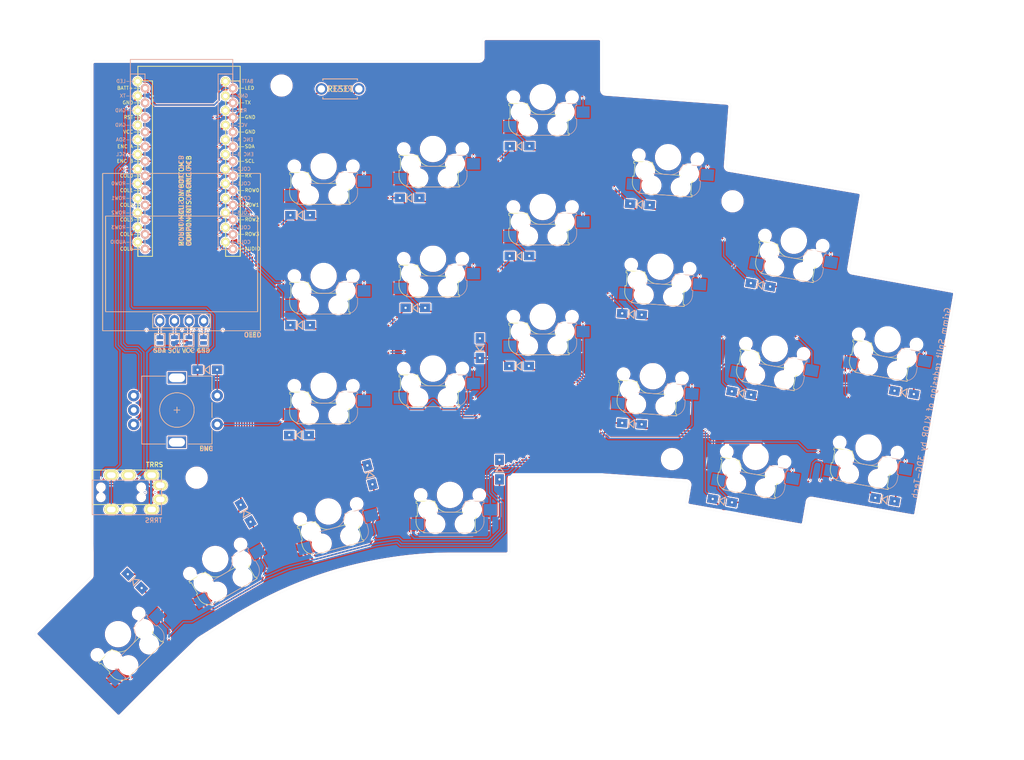
<source format=kicad_pcb>
(kicad_pcb (version 20221018) (generator pcbnew)
  (title_block (title "Klor Split Keyboard") (date "2022-07-08") (rev "v1.3.0") (comment 1 "Author: GEIST"))
  (layers (0 "F.Cu" signal) (31 "B.Cu" signal) (34 "B.Paste" user) (35 "F.Paste" user) (36 "B.SilkS" user "B.Silkscreen") (37 "F.SilkS" user "F.Silkscreen") (38 "B.Mask" user) (39 "F.Mask" user) (44 "Edge.Cuts" user))
  (net 0 "")
  (net 1 "GND")
  (net 2 "AUDIO")
  (net 3 "VCC")
  (net 4 "Net-(D1-Pad2)")
  (net 5 "Net-(D2-Pad2)")
  (net 6 "Net-(D3-Pad2)")
  (net 7 "Net-(D4-Pad2)")
  (net 8 "Net-(D5-Pad2)")
  (net 9 "Net-(D6-Pad2)")
  (net 10 "Net-(D7-Pad2)")
  (net 11 "Net-(D8-Pad2)")
  (net 12 "Net-(D9-Pad2)")
  (net 13 "Net-(D10-Pad2)")
  (net 14 "Net-(D11-Pad2)")
  (net 15 "Net-(D12-Pad2)")
  (net 16 "Net-(D13-Pad2)")
  (net 17 "Net-(D14-Pad2)")
  (net 18 "Net-(D15-Pad2)")
  (net 19 "Net-(D16-Pad2)")
  (net 20 "Net-(D17-Pad2)")
  (net 21 "SW18B")
  (net 22 "Net-(D19-Pad2)")
  (net 23 "Net-(D20-Pad2)")
  (net 24 "Net-(D21-Pad2)")
  (net 25 "Net-(D22-Pad2)")
  (net 26 "SDA")
  (net 27 "SCL")
  (net 28 "Net-(JP1-Pad1)")
  (net 29 "Net-(JP2-Pad1)")
  (net 30 "Net-(JP3-Pad1)")
  (net 31 "Net-(JP4-Pad1)")
  (net 32 "RESET")
  (net 33 "col4")
  (net 34 "col3")
  (net 35 "col2")
  (net 36 "col1")
  (net 37 "col0")
  (net 38 "ENCA")
  (net 39 "ENCB")
  (net 40 "+BATT")
  (net 41 "LED")
  (net 42 "RX")
  (net 43 "TX")
  (net 44 "row0")
  (net 45 "row1")
  (net 46 "row2")
  (net 47 "row3")
  (net 48 "col5")
  (footprint "KLOR:SK6812MINI_and_cherry" (layer "F.Cu") (at 85.372154 152.89383 -135)
    (fp_text reference "SW19" hide)
    (fp_text value "SW_PUSH-MX_W_LED" hide)
  )
  (footprint "KLOR:SK6812MINI_and_cherry" (layer "F.Cu") (at 143.011399 128.697857 180)
    (fp_text reference "SW22" hide)
    (fp_text value "SW_PUSH-MX_W_LED" hide)
  )
  (footprint "KLOR:SK6812MINI_and_cherry" (layer "F.Cu") (at 180.883028 70.026882 176)
    (fp_text reference "SW4" hide)
    (fp_text value "SW_PUSH-MX_W_LED" hide)
  )
  (footprint "MountingHole:MountingHole_3.2mm_M3" (layer "F.Cu") (at 181.56 122.47)
    (fp_text reference "MH8" hide)
    (fp_text value "MountingHole_3.2mm_M3" hide)
  )
  (footprint "KLOR:Diode_SOD123" (layer "F.Cu") (at 193.625827 111.004798 -10)
    (fp_text reference "D10" hide)
    (fp_text value "D_Small" hide)
  )
  (footprint "KLOR:Diode_SOD123" (layer "F.Cu") (at 136.997 96.197)
    (fp_text reference "D7" hide)
    (fp_text value "D_Small" hide)
  )
  (footprint "KLOR:Diode_SOD123" (layer "F.Cu") (at 174.595859 116.318586 -4)
    (fp_text reference "D15" hide)
    (fp_text value "D_Small" hide)
  )
  (footprint "KLOR:Jumper" (layer "F.Cu") (at 92.621 101.802 -90)
    (fp_text reference "JP4" hide)
    (fp_text value "Device_Jumper_NO_Small" hide)
  )
  (footprint "KLOR:SK6812MINI_and_cherry" (layer "F.Cu") (at 121.897154 131.578941 -165)
    (fp_text reference "SW21" hide)
    (fp_text value "SW_PUSH-MX_W_LED" hide)
  )
  (footprint "KLOR:SK6812MINI_and_cherry" (layer "F.Cu") (at 159.111399 78.67526 180)
    (fp_text reference "SW8" hide)
    (fp_text value "SW_PUSH-MX_W_LED" hide)
  )
  (footprint "KLOR:SK6812MINI_and_cherry" (layer "F.Cu") (at 218.994302 101.686825 170)
    (fp_text reference "SW11" hide)
    (fp_text value "SW_PUSH-MX_W_LED" hide)
  )
  (footprint "KLOR:Diode_SOD123" (layer "F.Cu") (at 129.103 125.221 -75)
    (fp_text reference "D21" hide)
    (fp_text value "D_Small" hide)
  )
  (footprint "MountingHole:MountingHole_2.2mm_M2" (layer "F.Cu") (at 192.067069 77.681692)
    (fp_text reference "MH9" hide)
    (fp_text value "MountingHole_2.2mm_M2" hide)
  )
  (footprint "KLOR:SK6812MINI_and_cherry" (layer "F.Cu") (at 178.222154 108.079154 176)
    (fp_text reference "SW15" hide)
    (fp_text value "SW_PUSH-MX_W_LED" hide)
  )
  (footprint "KLOR:SK6812MINI_and_cherry" (layer "F.Cu") (at 121.067969 90.67526 180)
    (fp_text reference "SW6" hide)
    (fp_text value "SW_PUSH-MX_W_LED" hide)
  )
  (footprint "KLOR:Diode_SOD123" (layer "F.Cu") (at 155 106.3)
    (fp_text reference "D14" hide)
    (fp_text value "D_Small" hide)
  )
  (footprint "KLOR:RotaryEncoder_Alps_EC11E-Switch_Vertical_H20mm-keebio_modified" (layer "F.Cu") (at 95.59 113.95)
    (fp_text reference "SW18" hide)
    (fp_text value "RotaryEncoder_Switch" hide)
  )
  (footprint "KLOR:SSD1306_128x64OLED" (layer "F.Cu") (at 96.62911 87.855 180)
    (fp_text reference "OLED1" hide)
    (fp_text value "SSD1306" hide)
  )
  (footprint "KLOR:MJ-4PP-9" (layer "F.Cu") (at 80.9 127.375 90)
    (fp_text reference "J1" hide)
    (fp_text value "MJ-4PP-9" hide)
  )
  (footprint "KLOR:SK6812MINI_and_cherry" (layer "F.Cu") (at 215.682381 120.469666 170)
    (fp_text reference "SW17" hide)
    (fp_text value "SW_PUSH-MX_W_LED" hide)
  )
  (footprint "KLOR:Diode_SOD123" (layer "F.Cu") (at 117 99.2)
    (fp_text reference "D6" hide)
    (fp_text value "D_Small" hide)
  )
  (footprint "KLOR:Jumper" (layer "F.Cu") (at 97.66 101.802 -90)
    (fp_text reference "JP2" hide)
    (fp_text value "Device_Jumper_NO_Small" hide)
  )
  (footprint "KLOR:SK6812MINI_and_cherry" (layer "F.Cu") (at 121.067969 109.747857 180)
    (fp_text reference "SW12" hide)
    (fp_text value "SW_PUSH-MX_W_LED" hide)
  )
  (footprint "MountingHole:MountingHole_3.2mm_M3" (layer "F.Cu") (at 99.016598 125.70312)
    (fp_text reference "MH6" hide)
    (fp_text value "MountingHole_3.2mm_M3" hide)
  )
  (footprint "KLOR:Jumper" (layer "F.Cu") (at 95.166 101.802 -90)
    (fp_text reference "JP3" hide)
    (fp_text value "Device_Jumper_NO_Small" hide)
  )
  (footprint "KLOR:Diode_SOD123" (layer "F.Cu") (at 196.925827 92.204798 -10)
    (fp_text reference "D5" hide)
    (fp_text value "D_Small" hide)
  )
  (footprint "KLOR:Diode_SOD123" (layer "F.Cu") (at 107.522 131.899757 -60)
    (fp_text reference "D20" hide)
    (fp_text value "D_Small" hide)
  )
  (footprint "KLOR:SK6812MINI_and_cherry" (layer "F.Cu") (at 121.067969 71.602664 180)
    (fp_text reference "SW1" hide)
    (fp_text value "SW_PUSH-MX_W_LED" hide)
  )
  (footprint "KLOR:SK6812MINI_and_cherry" (layer "F.Cu") (at 179.552591 89.053017 176)
    (fp_text reference "SW9" hide)
    (fp_text value "SW_PUSH-MX_W_LED" hide)
  )
  (footprint "Keebio-Parts:ResetSW_1side" (layer "F.Cu") (at 123.928587 58.159319)
    (fp_text reference "RSW1" hide)
    (fp_text value "SW_Push" hide)
  )
  (footprint "KLOR:Diode_SOD123" (layer "F.Cu") (at 221.874173 110.895202 -10)
    (fp_text reference "D11" hide)
    (fp_text value "D_Small" hide)
  )
  (footprint "KLOR:Diode_SOD123" (layer "F.Cu") (at 136 77.1)
    (fp_text reference "D2" hide)
    (fp_text value "D_Small" hide)
  )
  (footprint "KLOR:Diode_SOD123" (layer "F.Cu") (at 155.1 68.1)
    (fp_text reference "D3" hide)
    (fp_text value "D_Small" hide)
  )
  (footprint "KLOR:Diode_SOD123" (layer "F.Cu") (at 155.079 87.185)
    (fp_text reference "D8" hide)
    (fp_text value "D_Small" hide)
  )
  (footprint "KLOR:Diode_SOD123" (layer "F.Cu") (at 190.3 129.7 -10)
    (fp_text reference "D16" hide)
    (fp_text value "D_Small" hide)
  )
  (footprint "KLOR:Diode_SOD123" (layer "F.Cu") (at 100.88 106.96)
    (fp_text reference "D18" hide)
    (fp_text value "D_Small" hide)
  )
  (footprint "KLOR:SK6812MINI_and_cherry" (layer "F.Cu") (at 159.111399 59.602664 180)
    (fp_text reference "SW3" hide)
    (fp_text value "SW_PUSH-MX_W_LED" hide)
  )
  (footprint "KLOR:SK6812MINI_and_cherry" (layer "F.Cu") (at 102.247154 139.831736 -150)
    (fp_text reference "SW20" hide)
    (fp_text value "SW_PUSH-MX_W_LED" hide)
  )
  (footprint "KLOR:Jumper" (layer "F.Cu") (at 100.205 101.802 -90)
    (fp_text reference "JP1" hide)
    (fp_text value "Device_Jumper_NO_Small" hide)
  )
  (footprint "KLOR:SK6812MINI_and_cherry" (layer "F.Cu") (at 196.080143 122.090396 170)
    (fp_text reference "SW16" hide)
    (fp_text value "SW_PUSH-MX_W_LED" hide)
  )
  (footprint "KLOR:Diode_SOD123" (layer "F.Cu") (at 174.604141 97.281414 -4)
    (fp_text reference "D9" hide)
    (fp_text value "D_Small" hide)
  )
  (footprint "KLOR:SK6812MINI_and_cherry" (layer "F.Cu") (at 140.061399 106.747857 180)
    (fp_text reference "SW13" hide)
    (fp_text value "SW_PUSH-MX_W_LED" hide)
  )
  (footprint "KLOR:SK6812MINI_and_cherry" (layer "F.Cu") (at 140.061399 87.67526 180)
    (fp_text reference "SW7" hide)
    (fp_text value "SW_PUSH-MX_W_LED" hide)
  )
  (footprint "KLOR:Diode_SOD123" (layer "F.Cu") (at 175.995859 78.218586 -4)
    (fp_text reference "D4" hide)
    (fp_text value "D_Small" hide)
  )
  (footprint "KLOR:Diode_SOD123" (layer "F.Cu") (at 88.272918 143.677918 -45)
    (fp_text reference "D19" hide)
    (fp_text value "D_Small" hide)
  )
  (footprint "KLOR:Diode_SOD123" (layer "F.Cu") (at 148.2 103.2 90)
    (fp_text reference "D13" hide)
    (fp_text value "D_Small" hide)
  )
  (footprint "KLOR:SK6812MINI_and_cherry" (layer "F.Cu") (at 202.703987 84.524715 170)
    (fp_text reference "SW5" hide)
    (fp_text value "SW_PUSH-MX_W_LED" hide)
  )
  (footprint "KLOR:Diode_SOD123" (layer "F.Cu") (at 117 80.1)
    (fp_text reference "D1" hide)
    (fp_text value "D_Small" hide)
  )
  (footprint "MountingHole:MountingHole_3.2mm_M3" (layer "F.Cu") (at 113.762958 57.572556)
    (fp_text reference "MH2" hide)
    (fp_text value "MountingHole_3.2mm_M3" hide)
  )
  (footprint "KLOR:Diode_SOD123" (layer "F.Cu") (at 116.8 118.29)
    (fp_text reference "D12" hide)
    (fp_text value "D_Small" hide)
  )
  (footprint "KLOR:Diode_SOD123" (layer "F.Cu") (at 218.525827 129.504798 -10)
    (fp_text reference "D17" hide)
    (fp_text value "D_Small" hide)
  )
  (footprint "KLOR:SK6812MINI_and_cherry" (layer "F.Cu") (at 159.111399 97.747857 180)
    (fp_text reference "SW14" hide)
    (fp_text value "SW_PUSH-MX_W_LED" hide)
  )
  (footprint "KLOR:SK6812MINI_and_cherry" (layer "F.Cu") (at 199.392065 103.307554 170)
    (fp_text reference "SW10" hide)
    (fp_text value "SW_PUSH-MX_W_LED" hide)
  )
  (footprint "KLOR:ProMicro" (layer "F.Cu") (at 97.6 71.61)
    (fp_text reference "U1" hide)
    (fp_text value "ProMicro" hide)
  )
  (footprint "KeebGraphics:Espada6Silk" (layer "F.Cu") (at 96.62911 64.189752)
    (fp_text reference "G***" hide)
    (fp_text value "LOGO" hide)
  )
  (footprint "KLOR:SK6812MINI_and_cherry" (layer "F.Cu") (at 140.061399 68.602664 180)
    (fp_text reference "SW2" hide)
    (fp_text value "SW_PUSH-MX_W_LED" hide)
  )
  (footprint "KLOR:Diode_SOD123" (layer "F.Cu") (at 151.604 124.305 -90)
    (fp_text reference "D22" hide)
    (fp_text value "D_Small" hide)
  )
  (footprint "KLOR:Jumper" (layer "B.Cu") (at 92.62945 101.802 -90)
    (fp_text reference "JP8" hide)
    (fp_text value "Device_Jumper_NO_Small" hide)
  )
  (footprint "KLOR:Jumper" (layer "B.Cu") (at 100.21345 101.802 -90)
    (fp_text reference "JP5" hide)
    (fp_text value "Device_Jumper_NO_Small" hide)
  )
  (footprint "KLOR:Jumper" (layer "B.Cu") (at 97.66845 101.802 -90)
    (fp_text reference "JP6" hide)
    (fp_text value "Device_Jumper_NO_Small" hide)
  )
  (footprint "KLOR:Jumper" (layer "B.Cu") (at 95.166 101.802 -90)
    (fp_text reference "JP7" hide)
    (fp_text value "Device_Jumper_NO_Small" hide)
  )
  (footprint "KeebGraphics:Espada6Silk" (layer "B.Cu") (at 96.62911 64.189752 180)
    (fp_text reference "G***" hide)
    (fp_text value "LOGO" hide)
  )
  (gr_line (start 92.794784 160.29585) (end 99.038704 154.240351) (stroke (width 0.01)) (layer "Edge.Cuts"))
  (gr_arc (start 99.038704 154.240351) (mid 99.438526 153.891789) (end 99.873022 153.587543) (stroke (width 0.01)) (layer "Edge.Cuts"))
  (gr_curve (pts (xy 152.769828 139.175891) (xy 153.157672 139.175891) (xy 153.475 138.858563) (xy 153.475 138.470718)) (stroke (width 0.01)) (layer "Edge.Cuts"))
  (gr_curve (pts (xy 230.832582 93.903724) (xy 230.973618 93.51588) (xy 230.726807 93.198552) (xy 230.37422 93.128032)) (stroke (width 0.01)) (layer "Edge.Cuts"))
  (gr_line (start 148.038783 53.14467) (end 102.10308 53.14467) (stroke (width 0.01)) (layer "Edge.Cuts"))
  (gr_curve (pts (xy 105.170585 150.282382) (xy 105.911019 149.788759) (xy 106.686711 149.330395) (xy 107.4624 148.907292)) (stroke (width 0.01)) (layer "Edge.Cuts"))
  (gr_line (start 214.0847 75.921789) (end 191.440271 72.087319) (stroke (width 0.01)) (layer "Edge.Cuts"))
  (gr_curve (pts (xy 81.370965 53.14467) (xy 80.947862 53.14467) (xy 80.630534 53.462001) (xy 80.630534 53.849845)) (stroke (width 0.01)) (layer "Edge.Cuts"))
  (gr_line (start 102.10308 53.14467) (end 82.28769 53.14467) (stroke (width 0.01)) (layer "Edge.Cuts"))
  (gr_curve (pts (xy 84.967353 167.171297) (xy 85.249423 167.453367) (xy 85.672526 167.453367) (xy 85.954596 167.171297)) (stroke (width 0.01)) (layer "Edge.Cuts"))
  (gr_arc (start 170.021913 58.859651) (mid 169.692745 58.701323) (end 169.559113 58.361399) (stroke (width 0.01)) (layer "Edge.Cuts"))
  (gr_line (start 191.025218 71.556054) (end 191.81745 61.239426) (stroke (width 0.01)) (layer "Edge.Cuts"))
  (gr_line (start 169.44719 125.425) (end 183.986543 126.444115) (stroke (width 0.01)) (layer "Edge.Cuts"))
  (gr_curve (pts (xy 214.613581 76.697481) (xy 214.684098 76.344895) (xy 214.402028 75.992306) (xy 214.0847 75.921789)) (stroke (width 0.01)) (layer "Edge.Cuts"))
  (gr_arc (start 205.245491 129.88951) (mid 205.45057 129.566033) (end 205.824374 129.482575) (stroke (width 0.01)) (layer "Edge.Cuts"))
  (gr_line (start 80.630534 53.849845) (end 80.630534 137.06037) (stroke (width 0.01)) (layer "Edge.Cuts"))
  (gr_line (start 80.518691 142.954096) (end 71.110685 152.327386) (stroke (width 0.01)) (layer "Edge.Cuts"))
  (gr_line (start 148.538783 49.865612) (end 148.538783 52.64467) (stroke (width 0.01)) (layer "Edge.Cuts"))
  (gr_curve (pts (xy 183.938514 129.973373) (xy 183.903256 130.325959) (xy 184.150067 130.643287) (xy 184.467395 130.713804)) (stroke (width 0.01)) (layer "Edge.Cuts"))
  (gr_line (start 169.559113 58.361399) (end 169.552968 49.865612) (stroke (width 0.01)) (layer "Edge.Cuts"))
  (gr_line (start 85.954596 167.171297) (end 92.794784 160.29585) (stroke (width 0.01)) (layer "Edge.Cuts"))
  (gr_line (start 204.600113 133.605017) (end 205.245491 129.88951) (stroke (width 0.01)) (layer "Edge.Cuts"))
  (gr_arc (start 191.440271 72.087319) (mid 191.129753 71.90215) (end 191.025218 71.556054) (stroke (width 0.01)) (layer "Edge.Cuts"))
  (gr_line (start 153.975 125.425) (end 169.44719 125.425) (stroke (width 0.01)) (layer "Edge.Cuts"))
  (gr_line (start 142.967909 139.175891) (end 152.769828 139.175891) (stroke (width 0.01)) (layer "Edge.Cuts"))
  (gr_line (start 224.098171 131.983119) (end 230.832582 93.903724) (stroke (width 0.01)) (layer "Edge.Cuts"))
  (gr_line (start 214.014183 80.117575) (end 214.613581 76.697481) (stroke (width 0.01)) (layer "Edge.Cuts"))
  (gr_line (start 184.467395 130.713804) (end 203.82442 134.133898) (stroke (width 0.01)) (layer "Edge.Cuts"))
  (gr_curve (pts (xy 203.82442 134.133898) (xy 204.177007 134.204415) (xy 204.529593 133.957604) (xy 204.600113 133.605017)) (stroke (width 0.01)) (layer "Edge.Cuts"))
  (gr_curve (pts (xy 149.208697 49.195697) (xy 148.856111 49.195697) (xy 148.538783 49.513025) (xy 148.538783 49.865612)) (stroke (width 0.01)) (layer "Edge.Cuts"))
  (gr_line (start 99.873022 153.587543) (end 105.170585 150.282382) (stroke (width 0.01)) (layer "Edge.Cuts"))
  (gr_line (start 230.37422 93.128032) (end 212.858647 89.946836) (stroke (width 0.01)) (layer "Edge.Cuts"))
  (gr_curve (pts (xy 71.110685 152.327386) (xy 70.828615 152.609456) (xy 70.828615 153.032559) (xy 71.110685 153.314629)) (stroke (width 0.01)) (layer "Edge.Cuts"))
  (gr_arc (start 148.538783 52.64467) (mid 148.392346 52.998237) (end 148.038783 53.14467) (stroke (width 0.01)) (layer "Edge.Cuts"))
  (gr_arc (start 191.125451 60.43408) (mid 191.6385 60.693215) (end 191.81745 61.239426) (stroke (width 0.01)) (layer "Edge.Cuts"))
  (gr_arc (start 183.986543 126.444115) (mid 184.344923 126.634212) (end 184.444369 127.027511) (stroke (width 0.01)) (layer "Edge.Cuts"))
  (gr_curve (pts (xy 107.4624 148.907292) (xy 112.998016 145.698751) (xy 118.956736 143.230641) (xy 124.598127 141.714517)) (stroke (width 0.01)) (layer "Edge.Cuts"))
  (gr_arc (start 80.665792 142.59989) (mid 80.627558 142.79166) (end 80.518691 142.954096) (stroke (width 0.01)) (layer "Edge.Cuts"))
  (gr_curve (pts (xy 124.598127 141.714517) (xy 130.768401 140.057358) (xy 137.079705 139.211152) (xy 142.967909 139.175891)) (stroke (width 0.01)) (layer "Edge.Cuts"))
  (gr_line (start 80.665792 138.752788) (end 80.665792 142.59989) (stroke (width 0.01)) (layer "Edge.Cuts"))
  (gr_line (start 82.28769 53.14467) (end 81.370965 53.14467) (stroke (width 0.01)) (layer "Edge.Cuts"))
  (gr_line (start 71.110685 153.314629) (end 84.967353 167.171297) (stroke (width 0.01)) (layer "Edge.Cuts"))
  (gr_line (start 212.454946 89.37181) (end 214.014183 80.117575) (stroke (width 0.01)) (layer "Edge.Cuts"))
  (gr_curve (pts (xy 169.552968 49.865612) (xy 169.552968 49.513025) (xy 169.23564 49.195697) (xy 168.883051 49.195697)) (stroke (width 0.01)) (layer "Edge.Cuts"))
  (gr_curve (pts (xy 223.322479 132.547258) (xy 223.710326 132.617775) (xy 224.027654 132.370963) (xy 224.098171 131.983119)) (stroke (width 0.01)) (layer "Edge.Cuts"))
  (gr_line (start 191.125451 60.43408) (end 170.021913 58.859651) (stroke (width 0.01)) (layer "Edge.Cuts"))
  (gr_line (start 80.665792 138.752788) (end 80.630534 137.06037) (stroke (width 0.01)) (layer "Edge.Cuts"))
  (gr_arc (start 153.475 125.925) (mid 153.621447 125.571447) (end 153.975 125.425) (stroke (width 0.01)) (layer "Edge.Cuts"))
  (gr_line (start 205.824374 129.482575) (end 223.322479 132.547258) (stroke (width 0.01)) (layer "Edge.Cuts"))
  (gr_line (start 168.883051 49.195697) (end 149.208697 49.195697) (stroke (width 0.01)) (layer "Edge.Cuts"))
  (gr_arc (start 212.858647 89.946836) (mid 212.538776 89.74218) (end 212.454946 89.37181) (stroke (width 0.01)) (layer "Edge.Cuts"))
  (gr_line (start 153.475 138.470718) (end 153.475 125.925) (stroke (width 0.01)) (layer "Edge.Cuts"))
  (gr_line (start 184.444369 127.027511) (end 183.938514 129.973373) (stroke (width 0.01)) (layer "Edge.Cuts"))
  (gr_text "--SCL" (at 88.24857 69.51) (layer "B.SilkS") (effects (font (size 0.6 0.6) (thickness 0.1)) (justify left mirror)))
  (gr_text "ENC" (at 100.7 120.65) (layer "B.SilkS") (effects (font (size 0.8 0.8)) (justify mirror)))
  (gr_text "--SDA" (at 88.24857 66.97) (layer "B.SilkS") (effects (font (size 0.6 0.6) (thickness 0.1)) (justify left mirror)))
  (gr_text "COL5--" (at 104.54857 84.76) (layer "B.SilkS") (effects (font (size 0.6 0.6) (thickness 0.1)) (justify right mirror)))
  (gr_text "SDA" (at 100.21466 103.616) (layer "B.SilkS") (effects (font (size 0.762 0.762) (thickness 0.127)) (justify mirror)))
  (gr_text "--ROW3" (at 88.24857 82.21) (layer "B.SilkS") (effects (font (size 0.6 0.6) (thickness 0.1)) (justify left mirror)))
  (gr_text "VCC" (at 95.11466 103.666) (layer "B.SilkS") (effects (font (size 0.762 0.762) (thickness 0.127)) (justify mirror)))
  (gr_text "COL4--" (at 104.54857 82.22) (layer "B.SilkS") (effects (font (size 0.6 0.6) (thickness 0.1)) (justify right mirror)))
  (gr_text "COL1--" (at 104.55357 74.6) (layer "B.SilkS") (effects (font (size 0.6 0.6) (thickness 0.1)) (justify right mirror)))
  (gr_text "ENC A--" (at 104.54857 66.98) (layer "B.SilkS") (effects (font (size 0.6 0.6) (thickness 0.1)) (justify right mirror)))
  (gr_text "--ROW0" (at 88.24857 74.59) (layer "B.SilkS") (effects (font (size 0.6 0.6) (thickness 0.1)) (justify left mirror)))
  (gr_text "RST--" (at 104.54857 61.9) (layer "B.SilkS") (effects (font (size 0.6 0.6) (thickness 0.1)) (justify right mirror)))
  (gr_text "COL0--" (at 104.54857 72.06) (layer "B.SilkS") (effects (font (size 0.6 0.6) (thickness 0.1)) (justify right mirror)))
  (gr_text "MOUNT MCU ON BOTTOM\nCOMPONENTS FACING PCB" (at 96.925 85.55 270) (layer "B.SilkS") (effects (font (size 0.8 0.8)) (justify left mirror)))
  (gr_text "SCL" (at 97.690001 103.616) (layer "B.SilkS") (effects (font (size 0.762 0.762) (thickness 0.127)) (justify mirror)))
  (gr_text "--RX" (at 88.24857 72.05) (layer "B.SilkS") (effects (font (size 0.6 0.6) (thickness 0.1)) (justify left mirror)))
  (gr_text "COL2--" (at 104.54857 77.14) (layer "B.SilkS") (effects (font (size 0.6 0.6) (thickness 0.1)) (justify right mirror)))
  (gr_text "GND" (at 92.562627 103.604) (layer "B.SilkS") (effects (font (size 0.762 0.762) (thickness 0.127)) (justify mirror)))
  (gr_text "--ROW2" (at 88.24857 79.67) (layer "B.SilkS") (effects (font (size 0.6 0.6) (thickness 0.1)) (justify left mirror)))
  (gr_text "ENC B--" (at 104.54857 69.52) (layer "B.SilkS") (effects (font (size 0.6 0.6) (thickness 0.1)) (justify right mirror)))
  (gr_text "--LED" (at 88.24857 56.81) (layer "B.SilkS") (effects (font (size 0.6 0.6) (thickness 0.1)) (justify left mirror)))
  (gr_text "COL3--" (at 104.54857 79.68) (layer "B.SilkS") (effects (font (size 0.6 0.6) (thickness 0.1)) (justify right mirror)))
  (gr_text "--TX" (at 88.24857 59.35) (layer "B.SilkS") (effects (font (size 0.6 0.6) (thickness 0.1)) (justify left mirror)))
  (gr_text "VCC--" (at 104.54857 64.44) (layer "B.SilkS") (effects (font (size 0.6 0.6) (thickness 0.1)) (justify right mirror)))
  (gr_text "--AUDIO" (at 88.24857 84.75) (layer "B.SilkS") (effects (font (size 0.6 0.6) (thickness 0.1)) (justify left mirror)))
  (gr_text "Grimm Split redesign of KLOR by 3DG-Tech" (at 227.115123 112.824597 80) (layer "B.SilkS") (effects (font (size 1 1)) (justify bottom mirror)))
  (gr_text "--GND" (at 88.24857 64.43) (layer "B.SilkS") (effects (font (size 0.6 0.6) (thickness 0.1)) (justify left mirror)))
  (gr_text "--ROW1" (at 88.24857 77.13) (layer "B.SilkS") (effects (font (size 0.6 0.6) (thickness 0.1)) (justify left mirror)))
  (gr_text "--GND" (at 88.24857 61.89) (layer "B.SilkS") (effects (font (size 0.6 0.6) (thickness 0.1)) (justify left mirror)))
  (gr_text "OLED" (at 108.75 100.9) (layer "B.SilkS") (effects (font (size 0.8 0.8)) (justify mirror)))
  (gr_text "BATT+--" (at 104.54857 56.82) (layer "B.SilkS") (effects (font (size 0.6 0.6) (thickness 0.1)) (justify right mirror)))
  (gr_text "GND--" (at 104.54857 59.36) (layer "B.SilkS") (effects (font (size 0.6 0.6) (thickness 0.1)) (justify right mirror)))
  (gr_text "ENC A--" (at 89.543 68.164) (layer "F.SilkS") (effects (font (size 0.6 0.6) (thickness 0.1)) (justify right)))
  (gr_text "--AUDIO" (at 105.843 85.934) (layer "F.SilkS") (effects (font (size 0.6 0.6) (thickness 0.1)) (justify left)))
  (gr_text "--ROW2" (at 105.843 80.854) (layer "F.SilkS") (effects (font (size 0.6 0.6) (thickness 0.1)) (justify left)))
  (gr_text "GND" (at 100.199287 103.616) (layer "F.SilkS") (effects (font (size 0.762 0.762) (thickness 0.127))))
  (gr_text "OLED" (at 108.75 100.9) (layer "F.SilkS") (effects (font (size 0.8 0.8))))
  (gr_text "VCC--" (at 89.543 65.624) (layer "F.SilkS") (effects (font (size 0.6 0.6) (thickness 0.1)) (justify right)))
  (gr_text "--LED" (at 105.843 57.994) (layer "F.SilkS") (effects (font (size 0.6 0.6) (thickness 0.1)) (justify left)))
  (gr_text "COL5--" (at 89.543 85.944) (layer "F.SilkS") (effects (font (size 0.6 0.6) (thickness 0.1)) (justify right)))
  (gr_text "MOUNT MCU ON BOTTOM\nCOMPONENTS FACING PCB" (at 97.025 85.6 90) (layer "F.SilkS") (effects (font (size 0.8 0.8)) (justify left)))
  (gr_text "RST--" (at 89.543 63.084) (layer "F.SilkS") (effects (font (size 0.6 0.6) (thickness 0.1)) (justify right)))
  (gr_text "--GND" (at 105.843 63.074) (layer "F.SilkS") (effects (font (size 0.6 0.6) (thickness 0.1)) (justify left)))
  (gr_text "--TX" (at 105.843 60.534) (layer "F.SilkS") (effects (font (size 0.6 0.6) (thickness 0.1)) (justify left)))
  (gr_text "GND--" (at 89.543 60.544) (layer "F.SilkS") (effects (font (size 0.6 0.6) (thickness 0.1)) (justify right)))
  (gr_text "--RX" (at 105.843 73.234) (layer "F.SilkS") (effects (font (size 0.6 0.6) (thickness 0.1)) (justify left)))
  (gr_text "COL4--" (at 89.543 83.404) (layer "F.SilkS") (effects (font (size 0.6 0.6) (thickness 0.1)) (justify right)))
  (gr_text "--ROW1" (at 105.843 78.314) (layer "F.SilkS") (effects (font (size 0.6 0.6) (thickness 0.1)) (justify left)))
  (gr_text "ENC" (at 100.7 120.65) (layer "F.SilkS") (effects (font (size 0.8 0.8))))
  (gr_text "COL0--" (at 89.543 73.244) (layer "F.SilkS") (effects (font (size 0.6 0.6) (thickness 0.1)) (justify right)))
  (gr_text "COL3--" (at 89.543 80.864) (layer "F.SilkS") (effects (font (size 0.6 0.6) (thickness 0.1)) (justify right)))
  (gr_text "ENC B--" (at 89.543 70.704) (layer "F.SilkS") (effects (font (size 0.6 0.6) (thickness 0.1)) (justify right)))
  (gr_text "--ROW0" (at 105.843 75.774) (layer "F.SilkS") (effects (font (size 0.6 0.6) (thickness 0.1)) (justify left)))
  (gr_text "COL2--" (at 89.543 78.324) (layer "F.SilkS") (effects (font (size 0.6 0.6) (thickness 0.1)) (justify right)))
  (gr_text "VCC" (at 97.554 103.616) (layer "F.SilkS") (effects (font (size 0.762 0.762) (thickness 0.127))))
  (gr_text "SCL" (at 95.06466 103.616) (layer "F.SilkS") (effects (font (size 0.762 0.762) (thickness 0.127))))
  (gr_text "BATT+--" (at 89.543 58.004) (layer "F.SilkS") (effects (font (size 0.6 0.6) (thickness 0.1)) (justify right)))
  (gr_text "SDA" (at 92.6 103.6) (layer "F.SilkS") (effects (font (size 0.762 0.762) (thickness 0.127))))
  (gr_text "--SDA" (at 105.843 68.154) (layer "F.SilkS") (effects (font (size 0.6 0.6) (thickness 0.1)) (justify left)))
  (gr_text "--ROW3" (at 105.843 83.394) (layer "F.SilkS") (effects (font (size 0.6 0.6) (thickness 0.1)) (justify left)))
  (gr_text "COL1--" (at 89.538 75.784) (layer "F.SilkS") (effects (font (size 0.6 0.6) (thickness 0.1)) (justify right)))
  (gr_text "--GND" (at 105.843 65.614) (layer "F.SilkS") (effects (font (size 0.6 0.6) (thickness 0.1)) (justify left)))
  (gr_text "--SCL" (at 105.843 70.694) (layer "F.SilkS") (effects (font (size 0.6 0.6) (thickness 0.1)) (justify left)))
  (segment (start 88.78 61.92) (end 102.395 61.92) (width 0.381) (layer "F.Cu") (net 1))
  (segment (start 103.586554 63.115745) (end 105.318815 63.115745) (width 0.381) (layer "F.Cu") (net 1))
  (segment (start 102.867989 62.39718) (end 103.586554 63.115745) (width 0.381) (layer "F.Cu") (net 1))
  (segment (start 102.395 61.92) (end 102.867989 62.392989) (width 0.381) (layer "F.Cu") (net 1))
  (segment (start 122.222161 63.115745) (end 105.318815 63.115745) (width 0.25) (layer "F.Cu") (net 1))
  (segment (start 127.178587 58.159319) (end 122.222161 63.115745) (width 0.25) (layer "F.Cu") (net 1))
  (segment (start 102.867989 62.392989) (end 102.867989 62.39718) (width 0.381) (layer "F.Cu") (net 1))
  (segment (start 105.318815 65.655745) (end 105.318815 63.115745) (width 0.381) (layer "F.Cu") (net 1))
  (via (at 90.325 100.05) (size 0.4) (drill 0.3) (layers "F.Cu" "B.Cu") (net 1))
  (via (at 96.5 100.05) (size 0.4) (drill 0.3) (layers "F.Cu" "B.Cu") (net 1))
  (via (at 88.025 78.475) (size 0.4) (drill 0.3) (layers "F.Cu" "B.Cu") (net 1))
  (via (at 99.575 100.05) (size 0.4) (drill 0.3) (layers "F.Cu" "B.Cu") (net 1))
  (via (at 100.975 100.05) (size 0.4) (drill 0.3) (layers "F.Cu" "B.Cu") (net 1))
  (via (at 91.8 128.25) (size 0.4) (drill 0.3) (layers "F.Cu" "B.Cu") (net 1))
  (via (at 103.575 100.05) (size 0.4) (drill 0.3) (layers "F.Cu" "B.Cu") (net 1))
  (via (at 98.45 100.05) (size 0.4) (drill 0.3) (layers "F.Cu" "B.Cu") (net 1))
  (via (at 90.05 128.25) (size 0.4) (drill 0.3) (layers "F.Cu" "B.Cu") (net 1))
  (segment (start 106.470826 60.098565) (end 105.752261 59.38) (width 0.381) (layer "B.Cu") (net 1))
  (segment (start 88.78 64.46) (end 88.78 61.92) (width 0.381) (layer "B.Cu") (net 1))
  (segment (start 105.752261 59.38) (end 104.02 59.38) (width 0.381) (layer "B.Cu") (net 1))
  (segment (start 105.318815 63.115745) (end 106.470826 61.963734) (width 0.381) (layer "B.Cu") (net 1))
  (segment (start 106.470826 61.963734) (end 106.470826 60.098565) (width 0.381) (layer "B.Cu") (net 1))
  (segment (start 88.78 84.78) (end 102.480612 84.78) (width 0.254) (layer "F.Cu") (net 2))
  (segment (start 102.480612 84.78) (end 103.676357 85.975745) (width 0.254) (layer "F.Cu") (net 2))
  (segment (start 103.676357 85.975745) (end 105.318815 85.975745) (width 0.254) (layer "F.Cu") (net 2))
  (segment (start 97.369631 101.999631) (end 96.416631 101.999631) (width 0.381) (layer "F.Cu") (net 3))
  (segment (start 102.824255 65.655745) (end 104.02 64.46) (width 0.381) (layer "F.Cu") (net 3))
  (segment (start 97.66 102.29) (end 97.369631 101.999631) (width 0.381) (layer "F.Cu") (net 3))
  (segment (start 96.416631 101.999631) (end 96.404 101.987) (width 0.381) (layer "F.Cu") (net 3))
  (segment (start 90.078815 65.655745) (end 102.824255 65.655745) (width 0.381) (layer "F.Cu") (net 3))
  (via (at 96.404 101.987) (size 0.4) (drill 0.3) (layers "F.Cu" "B.Cu") (net 3))
  (segment (start 94.75 103.025) (end 95.166 102.609) (width 0.381) (layer "B.Cu") (net 3))
  (segment (start 91.325 103.025) (end 94.75 103.025) (width 0.381) (layer "B.Cu") (net 3))
  (segment (start 95.551 101.999631) (end 96.391369 101.999631) (width 0.381) (layer "B.Cu") (net 3))
  (segment (start 95.166 102.299) (end 95.465369 101.999631) (width 0.381) (layer "B.Cu") (net 3))
  (segment (start 95.465369 101.999631) (end 95.551 101.999631) (width 0.381) (layer "B.Cu") (net 3))
  (segment (start 90.387051 124.597051) (end 90.387051 103.962949) (width 0.381) (layer "B.Cu") (net 3))
  (segment (start 91.10998 131.13498) (end 91.10998 125.36502) (width 0.381) (layer "B.Cu") (net 3))
  (segment (start 91.065 125.275) (end 90.387051 124.597051) (width 0.381) (layer "B.Cu") (net 3))
  (segment (start 95.166 102.609) (end 95.166 102.30238) (width 0.381) (layer "B.Cu") (net 3))
  (segment (start 96.391369 101.999631) (end 96.404 101.987) (width 0.381) (layer "B.Cu") (net 3))
  (segment (start 90.387051 103.962949) (end 91.325 103.025) (width 0.381) (layer "B.Cu") (net 3))
  (segment (start 126.767969 76.722664) (end 126.767969 80.088637) (width 0.254) (layer "F.Cu") (net 4))
  (segment (start 126.767969 80.088637) (end 126.133615 80.722991) (width 0.254) (layer "F.Cu") (net 4))
  (segment (start 126.133615 80.722991) (end 119.322991 80.722991) (width 0.254) (layer "F.Cu") (net 4))
  (segment (start 115.367969 76.722664) (end 118.7 80.054695) (width 0.254) (layer "B.Cu") (net 4))
  (segment (start 145.761399 73.722664) (end 145.761399 75.697227) (width 0.254) (layer "F.Cu") (net 5))
  (segment (start 143.735635 77.722991) (end 138.322991 77.722991) (width 0.254) (layer "F.Cu") (net 5))
  (segment (start 145.761399 75.697227) (end 143.735635 77.722991) (width 0.254) (layer "F.Cu") (net 5))
  (segment (start 134.361399 73.761399) (end 137.7 77.1) (width 0.254) (layer "B.Cu") (net 5))
  (segment (start 163.8 68.74648) (end 157.44648 68.74648) (width 0.254) (layer "F.Cu") (net 6))
  (segment (start 157.44648 68.74648) (end 156.8 68.1) (width 0.254) (layer "F.Cu") (net 6))
  (segment (start 164.811399 64.722664) (end 164.811399 67.735081) (width 0.254) (layer "F.Cu") (net 6))
  (segment (start 164.811399 67.735081) (end 163.8 68.74648) (width 0.254) (layer "F.Cu") (net 6))
  (segment (start 153.422664 64.722664) (end 156.8 68.1) (width 0.254) (layer "B.Cu") (net 6))
  (segment (start 186.21199 75.532022) (end 186.21199 78.23449) (width 0.254) (layer "F.Cu") (net 7))
  (segment (start 185.4 79.04648) (end 178.3 79.04648) (width 0.254) (layer "F.Cu") (net 7))
  (segment (start 178.3 79.04648) (end 177.691718 78.438198) (width 0.254) (layer "F.Cu") (net 7))
  (segment (start 186.21199 78.23449) (end 185.4 79.04648) (width 0.254) (layer "F.Cu") (net 7))
  (segment (start 174.83976 75.485214) (end 177.691718 78.337172) (width 0.254) (layer "B.Cu") (net 7))
  (segment (start 198.6 92.5) (end 205.485038 92.5) (width 0.254) (layer "F.Cu") (net 8))
  (segment (start 205.485038 92.5) (end 207.428313 90.556725) (width 0.254) (layer "F.Cu") (net 8))
  (segment (start 196.201504 88.577136) (end 196.201504 90.101504) (width 0.254) (layer "B.Cu") (net 8))
  (segment (start 196.201504 90.101504) (end 198.6 92.5) (width 0.254) (layer "B.Cu") (net 8))
  (segment (start 126.767969 99.390657) (end 126.312146 99.84648) (width 0.254) (layer "F.Cu") (net 9))
  (segment (start 119.34648 99.84648) (end 118.7 99.2) (width 0.254) (layer "F.Cu") (net 9))
  (segment (start 126.767969 95.79526) (end 126.767969 99.390657) (width 0.254) (layer "F.Cu") (net 9))
  (segment (start 126.312146 99.84648) (end 119.34648 99.84648) (width 0.254) (layer "F.Cu") (net 9))
  (segment (start 115.367969 95.867969) (end 118.7 99.2) (width 0.254) (layer "B.Cu") (net 9))
  (segment (start 145.761399 94.797227) (end 143.735635 96.822991) (width 0.254) (layer "F.Cu") (net 10))
  (segment (start 145.761399 92.79526) (end 145.761399 94.797227) (width 0.254) (layer "F.Cu") (net 10))
  (segment (start 143.735635 96.822991) (end 139.287 96.822991) (width 0.254) (layer "F.Cu") (net 10))
  (segment (start 139.287 96.822991) (end 138.697 96.232991) (width 0.254) (layer "F.Cu") (net 10))
  (segment (start 134.70807 92.99193) (end 137.913139 96.197) (width 0.254) (layer "B.Cu") (net 10))
  (segment (start 137.913139 96.197) (end 138.697 96.197) (width 0.254) (layer "B.Cu") (net 10))
  (segment (start 163.8 87.84648) (end 157.34648 87.84648) (width 0.254) (layer "F.Cu") (net 11))
  (segment (start 157.34648 87.84648) (end 156.7 87.2) (width 0.254) (layer "F.Cu") (net 11))
  (segment (start 164.811399 83.79526) (end 164.811399 86.835081) (width 0.254) (layer "F.Cu") (net 11))
  (segment (start 164.811399 86.835081) (end 163.8 87.84648) (width 0.254) (layer "F.Cu") (net 11))
  (segment (start 155.4335 85.9335) (end 156.7 87.2) (width 0.254) (layer "B.Cu") (net 11))
  (segment (start 155.4335 85.9335) (end 156.685 87.185) (width 0.254) (layer "B.Cu") (net 11))
  (segment (start 153.411399 83.911399) (end 155.4335 85.9335) (width 0.254) (layer "B.Cu") (net 11))
  (segment (start 184.1 98.083954) (end 176.983954 98.083954) (width 0.254) (layer "F.Cu") (net 12))
  (segment (start 184.881553 97.302401) (end 184.1 98.083954) (width 0.254) (layer "F.Cu") (net 12))
  (segment (start 184.881553 94.558157) (end 184.881553 97.302401) (width 0.254) (layer "F.Cu") (net 12))
  (segment (start 176.983954 98.083954) (end 176.3 97.4) (width 0.254) (layer "F.Cu") (net 12))
  (segment (start 173.95 95.05) (end 173.95 94.20361) (width 0.254) (layer "B.Cu") (net 12))
  (segment (start 176.3 97.4) (end 173.95 95.05) (width 0.254) (layer "B.Cu") (net 12))
  (segment (start 204.116391 109.339564) (end 204.116391 111.642235) (width 0.254) (layer "F.Cu") (net 13))
  (segment (start 196.067889 112.067889) (end 195.3 111.3) (width 0.254) (layer "F.Cu") (net 13))
  (segment (start 204.116391 111.642235) (end 203.690737 112.067889) (width 0.254) (layer "F.Cu") (net 13))
  (segment (start 203.690737 112.067889) (end 196.067889 112.067889) (width 0.254) (layer "F.Cu") (net 13))
  (segment (start 192.889582 108.889582) (end 195.3 111.3) (width 0.254) (layer "B.Cu") (net 13))
  (segment (start 192.889582 108.889582) (end 192.889582 107.359975) (width 0.254) (layer "B.Cu") (net 13))
  (segment (start 214.329236 109.007236) (end 222.430227 109.007236) (width 0.254) (layer "F.Cu") (net 14))
  (segment (start 223.718628 107.718835) (end 222.430227 109.007236) (width 0.254) (layer "F.Cu") (net 14))
  (segment (start 212.482 107.16) (end 214.329236 109.007236) (width 0.254) (layer "F.Cu") (net 14))
  (segment (start 223.548346 111.190404) (end 223.548346 107.889117) (width 0.254) (layer "F.Cu") (net 14))
  (via (at 212.482 107.16) (size 0.4) (drill 0.3) (layers "F.Cu" "B.Cu") (net 14))
  (segment (start 212.491819 107.150181) (end 212.482 107.16) (width 0.254) (layer "B.Cu") (net 14))
  (segment (start 212.491819 105.739246) (end 212.491819 107.150181) (width 0.254) (layer "B.Cu") (net 14))
  (segment (start 124.745635 118.912991) (end 119.122991 118.912991) (width 0.254) (layer "F.Cu") (net 15))
  (segment (start 126.767969 116.890657) (end 124.745635 118.912991) (width 0.254) (layer "F.Cu") (net 15))
  (segment (start 126.767969 114.867857) (end 126.767969 116.890657) (width 0.254) (layer "F.Cu") (net 15))
  (segment (start 115.367969 115.157969) (end 118.5 118.29) (width 0.254) (layer "B.Cu") (net 15))
  (segment (start 147.273643 111.867857) (end 147.2765 111.865) (width 0.254) (layer "F.Cu") (net 16))
  (segment (start 145.761399 111.89809) (end 144.392 113.267489) (width 0.254) (layer "F.Cu") (net 16))
  (segment (start 145.761399 111.867857) (end 147.273643 111.867857) (width 0.254) (layer "F.Cu") (net 16))
  (via (at 147.2765 111.865) (size 0.4) (drill 0.3) (layers "F.Cu" "B.Cu") (net 16))
  (via (at 144.392 113.267489) (size 0.4) (drill 0.3) (layers "F.Cu" "B.Cu") (net 16))
  (segment (start 141.824117 113.704378) (end 143.955111 113.704378) (width 0.254) (layer "B.Cu") (net 16))
  (segment (start 139.878059 112.125) (end 138.298681 113.704378) (width 0.254) (layer "B.Cu") (net 16))
  (segment (start 140.244739 112.125) (end 141.824117 113.704378) (width 0.254) (layer "B.Cu") (net 16))
  (segment (start 147.2765 111.865) (end 149.276511 109.864989) (width 0.254) (layer "B.Cu") (net 16))
  (segment (start 138.298681 113.704378) (end 136.19792 113.704378) (width 0.254) (layer "B.Cu") (net 16))
  (segment (start 149.276511 109.864989) (end 149.276511 102.576511) (width 0.254) (layer "B.Cu") (net 16))
  (segment (start 144.392 113.267489) (end 143.955111 113.704378) (width 0.254) (layer "B.Cu") (net 16))
  (segment (start 149.276511 102.576511) (end 148.2 101.5) (width 0.254) (layer "B.Cu") (net 16))
  (segment (start 136.19792 113.704378) (end 134.361399 111.867857) (width 0.254) (layer "B.Cu") (net 16))
  (segment (start 139.878059 112.125) (end 140.244739 112.125) (width 0.254) (layer "B.Cu") (net 16))
  (segment (start 164.811399 105.688601) (end 164.811399 102.867857) (width 0.254) (layer "F.Cu") (net 17))
  (segment (start 156.7 106.3) (end 157.34648 106.94648) (width 0.254) (layer "F.Cu") (net 17))
  (segment (start 163.55352 106.94648) (end 164.811399 105.688601) (width 0.254) (layer "F.Cu") (net 17))
  (segment (start 157.34648 106.94648) (end 163.55352 106.94648) (width 0.254) (layer "F.Cu") (net 17))
  (segment (start 153.411399 103.011399) (end 156.7 106.3) (width 0.254) (layer "B.Cu") (net 17))
  (segment (start 176.975672 117.121126) (end 176.291718 116.437172) (width 0.254) (layer "F.Cu") (net 18))
  (segment (start 183.551116 113.584294) (end 183.551116 116.523884) (width 0.254) (layer "F.Cu") (net 18))
  (segment (start 182.953874 117.121126) (end 176.975672 117.121126) (width 0.254) (layer "F.Cu") (net 18))
  (segment (start 183.551116 116.523884) (end 182.953874 117.121126) (width 0.254) (layer "F.Cu") (net 18))
  (segment (start 172.178886 112.78907) (end 175.826988 116.437172) (width 0.254) (layer "B.Cu") (net 18))
  (segment (start 200.804469 129.395531) (end 200.804469 128.122406) (width 0.254) (layer "F.Cu") (net 19))
  (segment (start 200.204798 129.995202) (end 200.804469 129.395531) (width 0.254) (layer "F.Cu") (net 19))
  (segment (start 191.974173 129.995202) (end 200.204798 129.995202) (width 0.254) (layer "F.Cu") (net 19))
  (segment (start 189.57766 127.598689) (end 191.974173 129.995202) (width 0.254) (layer "B.Cu") (net 19))
  (segment (start 189.57766 126.142817) (end 189.57766 127.598689) (width 0.254) (layer "B.Cu") (net 19))
  (segment (start 209.18 125.902) (end 211.068077 127.790077) (width 0.254) (layer "F.Cu") (net 20))
  (segment (start 211.068077 127.790077) (end 219.118306 127.790077) (width 0.254) (layer "F.Cu") (net 20))
  (segment (start 220.406707 126.501676) (end 220.406707 129.593293) (width 0.254) (layer "F.Cu") (net 20))
  (segment (start 219.118306 127.790077) (end 220.406707 126.501676) (width 0.254) (layer "F.Cu") (net 20))
  (via (at 209.18 125.902) (size 0.4) (drill 0.3) (layers "F.Cu" "B.Cu") (net 20))
  (segment (start 209.179898 125.901898) (end 209.18 125.902) (width 0.254) (layer "B.Cu") (net 20))
  (segment (start 209.179898 124.522087) (end 209.179898 125.901898) (width 0.254) (layer "B.Cu") (net 20))
  (segment (start 102.59 111.45) (end 102.59 106.97) (width 0.254) (layer "B.Cu") (net 21))
  (segment (start 87.651724 160.5049) (end 87.548515 160.5049) (width 0.254) (layer "F.Cu") (net 22))
  (segment (start 87.931312 160.225312) (end 87.60012 160.556505) (width 0.254) (layer "F.Cu") (net 22))
  (segment (start 93.054552 152.504841) (end 93.054551 155.102073) (width 0.254) (layer "F.Cu") (net 22))
  (segment (start 89.473486 144.876303) (end 93.021535 148.424351) (width 0.254) (layer "F.Cu") (net 22))
  (segment (start 93.021535 148.424351) (end 93.021535 152.480013) (width 0.254) (layer "F.Cu") (net 22))
  (segment (start 87.931312 160.225312) (end 87.651724 160.5049) (width 0.254) (layer "F.Cu") (net 22))
  (segment (start 93.054551 155.102073) (end 87.931312 160.225312) (width 0.254) (layer "F.Cu") (net 22))
  (via (at 87.548515 160.5049) (size 0.4) (drill 0.3) (layers "F.Cu" "B.Cu") (net 22))
  (segment (start 84.962032 160.544725) (end 87.50869 160.544725) (width 0.254) (layer "B.Cu") (net 22))
  (segment (start 87.50869 160.544725) (end 87.548515 160.5049) (width 0.254) (layer "B.Cu") (net 22))
  (segment (start 109.743499 141.415786) (end 109.071357 143.92926) (width 0.254) (layer "F.Cu") (net 23))
  (segment (start 109.071357 143.92926) (end 102.418597 147.770232) (width 0.254) (layer "F.Cu") (net 23))
  (segment (start 102.418597 147.770232) (end 101.763733 147.594762) (width 0.254) (layer "F.Cu") (net 23))
  (segment (start 110.780938 137.549019) (end 109.743499 141.415786) (width 0.254) (layer "F.Cu") (net 23))
  (segment (start 108.372 133.372) (end 110.780938 137.549019) (width 0.254) (layer "F.Cu") (net 23))
  (via (at 101.724751 147.617269) (size 0.4) (drill 0.3) (layers "F.Cu" "B.Cu") (net 23))
  (segment (start 101.724751 147.617269) (end 99.870881 147.120525) (width 0.254) (layer "B.Cu") (net 23))
  (segment (start 129.527004 126.85035) (end 130.766856 131.47754) (width 0.254) (layer "F.Cu") (net 24))
  (segment (start 119.30901 139.097254) (end 119.261898 139.050142) (width 0.254) (layer "F.Cu") (net 24))
  (segment (start 127.495922 137.33287) (end 119.841 139.384) (width 0.254) (layer "F.Cu") (net 24))
  (segment (start 119.841 139.384) (end 119.34434 139.097254) (width 0.254) (layer "F.Cu") (net 24))
  (segment (start 119.34434 139.097254) (end 119.30901 139.097254) (width 0.254) (layer "F.Cu") (net 24))
  (segment (start 128.728085 135.049213) (end 127.495922 137.33287) (width 0.254) (layer "F.Cu") (net 24))
  (segment (start 130.766856 131.47754) (end 128.712096 135.036489) (width 0.254) (layer "F.Cu") (net 24))
  (via (at 119.261898 139.050142) (size 0.4) (drill 0.3) (layers "F.Cu" "B.Cu") (net 24))
  (segment (start 119.261898 139.050142) (end 119.210652 138.858888) (width 0.254) (layer "B.Cu") (net 24))
  (segment (start 119.210652 138.858888) (end 117.71653 137.99975) (width 0.254) (layer "B.Cu") (net 24))
  (segment (start 148.711399 133.817857) (end 150.222143 133.817857) (width 0.254) (layer "F.Cu") (net 25))
  (segment (start 151.604 132.436) (end 151.604 126.005) (width 0.254) (layer "F.Cu") (net 25))
  (segment (start 137.294 135.218) (end 137.730378 135.654378) (width 0.254) (layer "F.Cu") (net 25))
  (segment (start 146.874878 135.654378) (end 148.711399 133.817857) (width 0.254) (layer "F.Cu") (net 25))
  (segment (start 137.730378 135.654378) (end 146.874878 135.654378) (width 0.254) (layer "F.Cu") (net 25))
  (segment (start 150.222143 133.817857) (end 151.604 132.436) (width 0.254) (layer "F.Cu") (net 25))
  (via (at 137.294 135.218) (size 0.4) (drill 0.3) (layers "F.Cu" "B.Cu") (net 25))
  (segment (start 137.311399 133.817857) (end 137.311399 135.200601) (width 0.254) (layer "B.Cu") (net 25))
  (segment (start 137.311399 135.200601) (end 137.294 135.218) (width 0.254) (layer "B.Cu") (net 25))
  (segment (start 103.676357 68.195745) (end 105.318815 68.195745) (width 0.254) (layer "F.Cu") (net 26))
  (segment (start 88.78 67) (end 102.480612 67) (width 0.254) (layer "F.Cu") (net 26))
  (segment (start 102.480612 67) (end 103.676357 68.195745) (width 0.254) (layer "F.Cu") (net 26))
  (segment (start 88.78 69.54) (end 102.480612 69.54) (width 0.254) (layer "F.Cu") (net 27))
  (segment (start 95.166 102.30238) (end 95.47962 102.616) (width 0.254) (layer "F.Cu") (net 27))
  (segment (start 103.676357 70.735745) (end 105.318815 70.735745) (width 0.254) (layer "F.Cu") (net 27))
  (segment (start 102.480612 69.54) (end 103.676357 70.735745) (width 0.254) (layer "F.Cu") (net 27))
  (segment (start 95.47962 102.616) (end 96.381 102.616) (width 0.254) (layer "F.Cu") (net 27))
  (via (at 96.381 102.616) (size 0.4) (drill 0.3) (layers "F.Cu" "B.Cu") (net 27))
  (segment (start 97.35483 102.616) (end 97.66845 102.30238) (width 0.254) (layer "B.Cu") (net 27))
  (segment (start 96.381 102.616) (end 97.35483 102.616) (width 0.254) (layer "B.Cu") (net 27))
  (segment (start 100.205 101.30162) (end 100.205 98.49911) (width 0.254) (layer "F.Cu") (net 28))
  (segment (start 100.24911 98.455) (end 100.24911 101.26596) (width 0.254) (layer "B.Cu") (net 28))
  (segment (start 97.66 101.30162) (end 97.66 98.50411) (width 0.254) (layer "F.Cu") (net 29))
  (segment (start 97.70911 98.455) (end 97.70911 101.26096) (width 0.254) (layer "B.Cu") (net 29))
  (segment (start 95.166 101.30162) (end 95.166 98.45811) (width 0.254) (layer "F.Cu") (net 30))
  (segment (start 95.16911 98.455) (end 95.16911 101.29851) (width 0.254) (layer "B.Cu") (net 30))
  (segment (start 92.621 101.30162) (end 92.621 98.46311) (width 0.254) (layer "F.Cu") (net 31))
  (segment (start 92.62911 98.455) (end 92.62911 101.30128) (width 0.254) (layer "B.Cu") (net 31))
  (segment (start 102.132255 63.115745) (end 102.141806 63.106194) (width 0.254) (layer "F.Cu") (net 32))
  (segment (start 90.078815 63.115745) (end 102.132255 63.115745) (width 0.254) (layer "F.Cu") (net 32))
  (segment (start 116.917906 61.92) (end 104.02 61.92) (width 0.254) (layer "F.Cu") (net 32))
  (segment (start 120.678587 58.159319) (end 116.917906 61.92) (width 0.254) (layer "F.Cu") (net 32))
  (via (at 102.141806 63.106194) (size 0.4) (drill 0.3) (layers "F.Cu" "B.Cu") (net 32))
  (segment (start 102.141806 63.106194) (end 102.144385 63.103615) (width 0.254) (layer "B.Cu") (net 32))
  (segment (start 102.836385 63.103615) (end 104.02 61.92) (width 0.254) (layer "B.Cu") (net 32))
  (segment (start 102.144385 63.103615) (end 102.836385 63.103615) (width 0.254) (layer "B.Cu") (net 32))
  (segment (start 87.514983 161.283017) (end 94.216001 154.581999) (width 0.254) (layer "F.Cu") (net 33))
  (segment (start 102.931773 83.435745) (end 102.977014 83.480986) (width 0.254) (layer "F.Cu") (net 33))
  (segment (start 133.061399 90.25526) (end 133.061399 95.411399) (width 0.254) (layer "F.Cu") (net 33))
  (segment (start 131.898801 115.608069) (end 147.216053 115.608069) (width 0.254) (layer "F.Cu") (net 33))
  (segment (start 147.075 106.8) (end 146.602737 106.327737) (width 0.254) (layer "F.Cu") (net 33))
  (segment (start 164.4756 109.6676) (end 153.156522 109.6676) (width 0.254) (layer "F.Cu") (net 33))
  (segment (start 147.064 87.721876) (end 144.590863 85.248739) (width 0.254) (layer "F.Cu") (net 33))
  (segment (start 164.659935 109.851935) (end 164.4756 109.6676) (width 0.254) (layer "F.Cu") (net 33))
  (segment (start 133.061399 106.791872) (end 135.531935 104.321336) (width 0.254) (layer "F.Cu") (net 33))
  (segment (start 135.531935 85.248739) (end 133.061399 87.719275) (width 0.254) (layer "F.Cu") (net 33))
  (segment (start 147.06 68.64) (end 144.596143 66.176143) (width 0.254) (layer "F.Cu") (net 33))
  (segment (start 83.872216 161.283017) (end 82.246742 159.667913) (width 0.254) (layer "F.Cu") (net 33))
  (segment (start 147.624561 115.199561) (end 147.216053 115.608069) (width 0.254) (layer "F.Cu") (net 33))
  (segment (start 106.40852 119.674016) (end 108.368615 121.634111) (width 0.254) (layer "F.Cu") (net 33))
  (segment (start 90.078815 83.435745) (end 102.931773 83.435745) (width 0.254) (layer "F.Cu") (net 33))
  (segment (start 94.216001 153.638093) (end 94.216001 154.581999) (width 0.254) (layer "F.Cu") (net 33))
  (segment (start 108.368615 121.634111) (end 125.872759 121.634111) (width 0.254) (layer "F.Cu") (net 33))
  (segment (start 133.101 97.421027) (end 133.101 95.451) (width 0.254) (layer "F.Cu") (net 33))
  (segment (start 133.061399 68.646679) (end 133.061399 71.182664) (width 0.254) (layer "F.Cu") (net 33))
  (segment (start 147.06 69.823) (end 147.06 68.64) (width 0.254) (layer "F.Cu") (net 33))
  (segment (start 147.835456 114.988666) (end 147.938666 114.988666) (width 0.254) (layer "F.Cu") (net 33))
  (segment (start 147.064 88.853) (end 147.064 87.721876) (width 0.254) (layer "F.Cu") (net 33))
  (segment (start 106.40852 82.97352) (end 105.675 82.24) (width 0.254) (layer "F.Cu") (net 33))
  (segment (start 146.597263 106.327737) (end 147.09 106.820473) (width 0.254) (layer "F.Cu") (net 33))
  (segment (start 135.531935 104.321336) (end 144.590863 104.321336) (width 0.254) (layer "F.Cu") (net 33))
  (segment (start 87.514983 161.283017) (end 83.872216 161.283017) (width 0.254) (layer "F.Cu") (net 33))
  (segment (start 133.061399 95.411399) (end 133.101 95.451) (width 0.254) (layer "F.Cu") (net 33))
  (segment (start 156.475 122.175) (end 156.49044 122.19044) (width 0.254) (layer "F.Cu") (net 33))
  (segment (start 164.895065 109.851935) (end 164.659935 109.851935) (width 0.254) (layer "F.Cu") (net 33))
  (segment (start 133.061399 87.719275) (end 133.061399 90.25526) (width 0.254) (layer "F.Cu") (net 33))
  (segment (start 133.061399 97.460628) (end 133.101 97.421027) (width 0.254) (layer "F.Cu") (net 33))
  (segment (start 168.3 113.25687) (end 164.895065 109.851935) (width 0.254) (layer "F.Cu") (net 33))
  (segment (start 168.3 118.491162) (end 168.3 113.25687) (width 0.254) (layer "F.Cu") (net 33))
  (segment (start 133.061399 109.327857) (end 133.061399 106.791872) (width 0.254) (layer "F.Cu") (net 33))
  (segment (start 153.156522 109.6676) (end 147.624561 115.199561) (width 0.254) (layer "F.Cu") (net 33))
  (segment (start 144.590863 104.321336) (end 146.597263 106.327737) (width 0.254) (layer "F.Cu") (net 33))
  (segment (start 146.602737 106.327737) (end 146.597263 106.327737) (width 0.254) (layer "F.Cu") (net 33))
  (segment (start 104.02 82.24) (end 105.675 82.24) (width 0.254) (layer "F.Cu") (net 33))
  (segment (start 133.061399 106.791872) (end 133.061399 97.460628) (width 0.254) (layer "F.Cu") (net 33))
  (segment (start 147.938666 114.988666) (end 147.9 114.95) (width 0.254) (layer "F.Cu") (net 33))
  (segment (start 133.061399 71.182664) (end 133.061399 87.719275) (width 0.254) (layer "F.Cu") (net 33))
  (segment (start 125.872759 121.634111) (end 131.898801 115.608069) (width 0.254) (layer "F.Cu") (net 33))
  (segment (start 164.600722 122.19044) (end 168.3 118.491162) (width 0.254) (layer "F.Cu") (net 33))
  (segment (start 106.40852 119.674016) (end 106.40852 82.97352) (width 0.254) (layer "F.Cu") (net 33))
  (segment (start 144.596143 66.176143) (end 135.531935 66.176143) (width 0.254) (layer "F.Cu") (net 33))
  (segment (start 144.590863 85.248739) (end 135.531935 85.248739) (width 0.254) (layer "F.Cu") (net 33))
  (segment (start 135.531935 66.176143) (end 133.061399 68.646679) (width 0.254) (layer "F.Cu") (net 33))
  (segment (start 156.49044 122.19044) (end 164.600722 122.19044) (width 0.254) (layer "F.Cu") (net 33))
  (segment (start 147.624561 115.199561) (end 147.835456 114.988666) (width 0.254) (layer "F.Cu") (net 33))
  (segment (start 156.475 122.11746) (end 156.475 122.175) (width 0.254) (layer "F.Cu") (net 33))
  (via (at 156.475 122.11746) (size 0.4) (drill 0.3) (layers "F.Cu" "B.Cu") (net 33))
  (via (at 94.216001 153.638093) (size 0.4) (drill 0.3) (layers "F.Cu" "B.Cu") (net 33))
  (via (at 147.938666 114.988666) (size 0.4) (drill 0.3) (layers "F.Cu" "B.Cu") (net 33))
  (via (at 147.075 106.8) (size 0.4) (drill 0.3) (layers "F.Cu" "B.Cu") (net 33))
  (via (at 102.977014 83.480986) (size 0.4) (drill 0.3) (layers "F.Cu" "B.Cu") (net 33))
  (via (at 147.06 69.823) (size 0.4) (drill 0.3) (layers "F.Cu" "B.Cu") (net 33))
  (via (at 147.064 88.853) (size 0.4) (drill 0.3) (layers "F.Cu" "B.Cu") (net 33))
  (segment (start 92.146237 149.768418) (end 94.216 151.836) (width 0.254) (layer "B.Cu") (net 33))
  (segment (start 102.977014 83.480986) (end 102.977014 83.282986) (width 0.254) (layer "B.Cu") (net 33))
  (segment (start 111.235345 143.256211) (end 115.25 141.556) (width 0.254) (layer "B.Cu") (net 33))
  (segment (start 102.977014 83.282986) (end 104.02 82.24) (width 0.254) (layer "B.Cu") (net 33))
  (segment (start 115.203119 141.572613) (end 130.297841 137.527995) (width 0.254) (layer "B.Cu") (net 33))
  (segment (start 94.216001 153.237999) (end 96.692578 150.761422) (width 0.254) (layer "B.Cu") (net 33))
  (segment (start 145.178088 114.103088) (end 146.01702 113.264156) (width 0.254) (layer "B.Cu") (net 33))
  (segment (start 153.36994 125.22252) (end 153.85873 124.73373) (width 0.254) (layer "B.Cu") (net 33))
  (segment (start 145.178088 114.828088) (end 145.178088 114.103088) (width 0.254) (layer "B.Cu") (net 33))
  (segment (start 147.819352 115.10798) (end 145.45798 115.10798) (width 0.254) (layer "B.Cu") (net 33))
  (segment (start 153.00248 125.22252) (end 153.36994 125.22252) (width 0.254) (layer "B.Cu") (net 33))
  (segment (start 150.157432 137.6) (end 152.680511 135.076921) (width 0.254) (layer "B.Cu") (net 33))
  (segment (start 153.85873 124.73373) (end 156.475 122.11746) (width 0.254) (layer "B.Cu") (net 33))
  (segment (start 147.061399 88.855601) (end 147.064 88.853) (width 0.254) (layer "B.Cu") (net 33))
  (segment (start 130.297841 137.527995) (end 133.815 137.013) (width 0.254) (layer "B.Cu") (net 33))
  (segment (start 153.405596 125.180596) (end 153.411864 125.180596) (width 0.254) (layer "B.Cu") (net 33))
  (segment (start 146.01702 113.264156) (end 146.01702 110.925) (width 0.254) (layer "B.Cu") (net 33))
  (segment (start 115.25 141.556) (end 115.203119 141.572613) (width 0.254) (layer "B.Cu") (net 33))
  (segment (start 147.061399 71.182664) (end 147.061399 69.824399) (width 0.254) (layer "B.Cu") (net 33))
  (segment (start 133.815 137.013) (end 134.402 137.6) (width 0.254) (layer "B.Cu") (net 33))
  (segment (start 145.45798 115.10798) (end 145.178088 114.828088) (width 0.254) (layer "B.Cu") (net 33))
  (segment (start 147.061399 90.25526) (end 147.061399 88.855601) (width 0.254) (layer "B.Cu") (net 33))
  (segment (start 153.411864 125.180596) (end 153.85873 124.73373) (width 0.254) (layer "B.Cu") (net 33))
  (segment (start 98.235939 150.761422) (end 111.235345 143.256211) (width 0.254) (layer "B.Cu") (net 33))
  (segment (start 134.402 137.6) (end 150.157432 137.6) (width 0.254) (layer "B.Cu") (net 33))
  (segment (start 94.216 151.836) (end 94.216001 153.638093) (width 0.254) (layer "B.Cu") (net 33))
  (segment (start 152.680511 135.076921) (end 152.680511 125.544489) (width 0.254) (layer "B.Cu") (net 33))
  (segment (start 94.216001 153.638093) (end 94.216001 153.237999) (width 0.254) (layer "B.Cu") (net 33))
  (segment (start 147.061399 106.813601) (end 147.075 106.8) (width 0.254) (layer "B.Cu") (net 33))
  (segment (start 147.938666 114.988666) (end 147.819352 115.10798) (width 0.254) (layer "B.Cu") (net 33))
  (segment (start 147.061399 109.327857) (end 147.061399 106.813601) (width 0.254) (layer "B.Cu") (net 33))
  (segment (start 152.680511 125.544489) (end 153.00248 125.22252) (width 0.254) (layer "B.Cu") (net 33))
  (segment (start 147.061399 69.824399) (end 147.06 69.823) (width 0.254) (layer "B.Cu") (net 33))
  (segment (start 146.01702 110.925) (end 147.061399 109.880621) (width 0.254) (layer "B.Cu") (net 33))
  (segment (start 96.692578 150.761422) (end 98.235939 150.761422) (width 0.254) (layer "B.Cu") (net 33))
  (segment (start 106.86204 80.899582) (end 105.662458 79.7) (width 0.254) (layer "F.Cu") (net 34))
  (segment (start 163.640863 76.248739) (end 154.581935 76.248739) (width 0.254) (layer "F.Cu") (net 34))
  (segment (start 110.362243 143.707646) (end 102.148325 148.449953) (width 0.254) (layer "F.Cu") (net 34))
  (segment (start 102.148325 148.449953) (end 98.586263 147.495502) (width 0.254) (layer "F.Cu") (net 34))
  (segment (start 102.931773 80.895745) (end 102.949514 80.913486) (width 0.254) (layer "F.Cu") (net 34))
  (segment (start 106.86204 119.486162) (end 106.86204 80.899582) (width 0.254) (layer "F.Cu") (net 34))
  (segment (start 166.116 98.951) (end 166.07 98.905) (width 0.254) (layer "F.Cu") (net 34))
  (segment (start 164.788576 122.64396) (end 168.75352 118.679016) (width 0.254) (layer "F.Cu") (net 34))
  (segment (start 110.611475 142.7775) (end 110.362243 143.707646) (width 0.254) (layer "F.Cu") (net 34))
  (segment (start 152.968668 109.21408) (end 147.028199 115.154549) (width 0.254) (layer "F.Cu") (net 34))
  (segment (start 168.75352 113.069016) (end 164.986679 109.302175) (width 0.254) (layer "F.Cu") (net 34))
  (segment (start 152.111399 78.719275) (end 152.111399 78.855399) (width 0.254) (layer "F.Cu") (net 34))
  (segment (start 152.111399 59.646679) (end 152.111399 62.182664) (width 0.254) (layer "F.Cu") (net 34))
  (segment (start 163.639527 95.32) (end 166.07 97.750473) (width 0.254) (layer "F.Cu") (net 34))
  (segment (start 166.07 98.905) (end 166.07 97.750473) (width 0.254) (layer "F.Cu") (net 34))
  (segment (start 164.898584 109.21408) (end 152.968668 109.21408) (width 0.254) (layer "F.Cu") (net 34))
  (segment (start 155.307889 122.64396) (end 164.788576 122.64396) (width 0.254) (layer "F.Cu") (net 34))
  (segment (start 163.666143 57.176143) (end 154.581935 57.176143) (width 0.254) (layer "F.Cu") (net 34))
  (segment (start 108.556469 121.180591) (end 106.86204 119.486162) (width 0.254) (layer "F.Cu") (net 34))
  (segment (start 166.111394 59.724606) (end 166.111394 59.621394) (width 0.254) (layer "F.Cu") (net 34))
  (segment (start 152.111399 100.327857) (end 152.111399 97.791872) (width 0.254) (layer "F.Cu") (net 34))
  (segment (start 154.581935 76.248739) (end 152.111399 78.719275) (width 0.254) (layer "F.Cu") (net 34))
  (segment (start 90.078815 80.895745) (end 102.931773 80.895745) (width 0.254) (layer "F.Cu") (net 34))
  (segment (start 168.75352 118.679016) (end 168.75352 113.069016) (width 0.254) (layer "F.Cu") (net 34))
  (segment (start 166.107 78.714876) (end 163.640863 76.248739) (width 0.254) (layer "F.Cu") (net 34))
  (segment (start 147.028199 115.154549) (end 131.710947 115.154549) (width 0.254) (layer "F.Cu") (net 34))
  (segment (start 105.662458 79.7) (end 104.02 79.7) (width 0.254) (layer "F.Cu") (net 34))
  (segment (start 152.111399 81.25526) (end 152.111399 78.855399) (width 0.254) (layer "F.Cu") (net 34))
  (segment (start 131.710947 115.154549) (end 125.684905 121.180591) (width 0.254) (layer "F.Cu") (net 34))
  (segment (start 166.107 79.865) (end 166.107 78.714876) (width 0.254) (layer "F.Cu") (net 34))
  (segment (start 152.125511 62.196776) (end 152.125511 78.841287) (width 0.254) (layer "F.Cu") (net 34))
  (segment (start 152.111399 81.25526) (end 152.111399 100.327857) (width 0.254) (layer "F.Cu") (net 34))
  (segment (start 166.111394 59.621394) (end 163.666143 57.176143) (width 0.254) (layer "F.Cu") (net 34))
  (segment (start 152.125511 78.841287) (end 152.111399 78.855399) (width 0.254) (layer "F.Cu") (net 34))
  (segment (start 98.586263 147.495502) (end 97.475048 145.570821) (width 0.254) (layer "F.Cu") (net 34))
  (segment (start 152.111399 97.791872) (end 154.583271 95.32) (width 0.254) (layer "F.Cu") (net 34))
  (segment (start 154.583271 95.32) (end 163.639527 95.32) (width 0.254) (layer "F.Cu") (net 34))
  (segment (start 155.234909 122.57098) (end 155.307889 122.64396) (width 0.254) (layer "F.Cu") (net 34))
  (segment (start 164.986679 109.302175) (end 164.883469 109.302175) (width 0.254) (layer "F.Cu") (net 34))
  (segment (start 154.581935 57.176143) (end 152.111399 59.646679) (width 0.254) (layer "F.Cu") (net 34))
  (segment (start 125.684905 121.180591) (end 108.556469 121.180591) (width 0.254) (layer "F.Cu") (net 34))
  (via (at 110.611475 142.7775) (size 0.4) (drill 0.3) (layers "F.Cu" "B.Cu") (net 34))
  (via (at 102.949514 80.913486) (size 0.4) (drill 0.3) (layers "F.Cu" "B.Cu") (net 34))
  (via (at 166.107 79.865) (size 0.4) (drill 0.3) (layers "F.Cu" "B.Cu") (net 34))
  (via (at 164.883469 109.302175) (size 0.4) (drill 0.3) (layers "F.Cu" "B.Cu") (net 34))
  (via (at 155.234909 122.57098) (size 0.4) (drill 0.3) (layers "F.Cu" "B.Cu") (net 34))
  (via (at 166.116 98.951) (size 0.4) (drill 0.3) (layers "F.Cu" "B.Cu") (net 34))
  (via (at 166.111394 59.724606) (size 0.4) (drill 0.3) (layers "F.Cu" "B.Cu") (net 34))
  (segment (start 153.175818 124.769) (end 155.234909 122.709909) (width 0.254) (layer "B.Cu") (net 34))
  (segment (start 134.005374 136.562) (end 133.953 136.562) (width 0.254) (layer "B.Cu") (net 34))
  (segment (start 149.969578 137.14648) (end 152.226991 134.889067) (width 0.254) (layer "B.Cu") (net 34))
  (segment (start 149.969578 137.14648) (end 134.589854 137.14648) (width 0.254) (layer "B.Cu") (net 34))
  (segment (start 166.111399 62.182664) (end 166.111399 59.724611) (width 0.254) (layer "B.Cu") (net 34))
  (segment (start 150.32496 128.147022) (end 150.32496 124.981018) (width 0.254) (layer "B.Cu") (net 34))
  (segment (start 166.111399 59.724611) (end 166.111394 59.724606) (width 0.254) (layer "B.Cu") (net 34))
  (segment (start 134.589854 137.14648) (end 134.005374 136.562) (width 0.254) (layer "B.Cu") (net 34))
  (segment (start 102.949514 80.913486) (end 102.949514 80.770486) (width 0.254) (layer "B.Cu") (net 34))
  (segment (start 152.226991 130.049053) (end 150.32496 128.147022) (width 0.254) (layer "B.Cu") (net 34))
  (segment (start 150.32496 124.981018) (end 150.536978 124.769) (width 0.254) (layer "B.Cu") (net 34))
  (segment (start 129.999008 137.130992) (end 129.999008 137.138548) (width 0.254) (layer "B.Cu") (net 34))
  (segment (start 111.060537 141.101579) (end 110.611475 142.7775) (width 0.254) (layer "B.Cu") (net 34))
  (segment (start 166.111399 108.081218) (end 166.104426 108.081218) (width 0.254) (layer "B.Cu") (net 34))
  (segment (start 166.111399 100.327857) (end 166.111399 108.081218) (width 0.254) (layer "B.Cu") (net 34))
  (segment (start 133.639 136.544) (end 130.068 137.089) (width 0.254) (layer "B.Cu") (net 34))
  (segment (start 166.111399 81.25526) (end 166.111399 79.869399) (width 0.254) (layer "B.Cu") (net 34))
  (segment (start 166.111399 79.869399) (end 166.107 79.865) (width 0.254) (layer "B.Cu") (net 34))
  (segment (start 114.145 141.41) (end 111.421 142.639) (width 0.254) (layer "B.Cu") (net 34))
  (segment (start 155.234909 122.709909) (end 155.234909 122.57098) (width 0.254) (layer "B.Cu") (net 34))
  (segment (start 166.111399 98.955601) (end 166.116 98.951) (width 0.254) (layer "B.Cu") (net 34))
  (segment (start 109.599403 138.570821) (end 111.060537 141.101579) (width 0.254) (layer "B.Cu") (net 34))
  (segment (start 115.223 141.059) (end 114.145 141.41) (width 0.254) (layer "B.Cu") (net 34))
  (segment (start 166.111399 100.327857) (end 166.111399 98.955601) (width 0.254) (layer "B.Cu") (net 34))
  (segment (start 166.104426 108.081218) (end 164.883469 109.302175) (width 0.254) (layer "B.Cu") (net 34))
  (segment (start 129.999008 137.138548) (end 115.223 141.059) (width 0.254) (layer "B.Cu") (net 34))
  (segment (start 111.421 142.639) (end 110.611475 142.7775) (width 0.254) (layer "B.Cu") (net 34))
  (segment (start 130.068 137.089) (end 129.999008 137.130992) (width 0.254) (layer "B.Cu") (net 34))
  (segment (start 152.226991 134.889067) (end 152.226991 130.049053) (width 0.254) (layer "B.Cu") (net 34))
  (segment (start 133.953 136.562) (end 133.639 136.544) (width 0.254) (layer "B.Cu") (net 34))
  (segment (start 102.949514 80.770486) (end 104.02 79.7) (width 0.254) (layer "B.Cu") (net 34))
  (segment (start 150.536978 124.769) (end 153.175818 124.769) (width 0.254) (layer "B.Cu") (net 34))
  (segment (start 173.720108 69.891829) (end 176.011576 67.600361) (width 0.254) (layer "F.Cu") (net 35))
  (segment (start 102.931773 78.355745) (end 102.934514 78.358486) (width 0.254) (layer "F.Cu") (net 35))
  (segment (start 171.059234 97.159766) (end 171.175511 97.043489) (width 0.254) (layer "F.Cu") (net 35))
  (segment (start 186.352 90.708) (end 186.352 89.232) (width 0.254) (layer "F.Cu") (net 35))
  (segment (start 129.64 136.474) (end 129.107086 137.370678) (width 0.254) (layer "F.Cu") (net 35))
  (segment (start 185.028 108.299753) (end 185.03 108.297753) (width 0.254) (layer "F.Cu") (net 35))
  (segment (start 183.746496 86.626496) (end 174.681139 86.626496) (width 0.254) (layer "F.Cu") (net 35))
  (segment (start 174.681139 86.626496) (end 172.389671 88.917964) (width 0.254) (layer "F.Cu") (net 35))
  (segment (start 172.389671 88.917964) (end 172.389671 89.339671) (width 0.254) (layer "F.Cu") (net 35))
  (segment (start 119.372 139.985) (end 116.507983 138.298586) (width 0.254) (layer "F.Cu") (net 35))
  (segment (start 108.744323 120.727071) (end 125.497051 120.727071) (width 0.254) (layer "F.Cu") (net 35))
  (segment (start 125.497051 120.727071) (end 131.523093 114.701029) (width 0.254) (layer "F.Cu") (net 35))
  (segment (start 164.97643 123.09748) (end 154.29348 123.09748) (width 0.254) (layer "F.Cu") (net 35))
  (segment (start 171.059234 110.164574) (end 171.059234 108.515766) (width 0.254) (layer "F.Cu") (net 35))
  (segment (start 187.696 70.226) (end 185.070361 67.600361) (width 0.254) (layer "F.Cu") (net 35))
  (segment (start 176.011576 67.600361) (end 185.070361 67.600361) (width 0.254) (layer "F.Cu") (net 35))
  (segment (start 129.107086 137.370678) (end 119.372 139.985) (width 0.254) (layer "F.Cu") (net 35))
  (segment (start 171.175511 92.352597) (end 171.175511 97.043489) (width 0.254) (layer "F.Cu") (net 35))
  (segment (start 185.028 109.766) (end 185.028 108.299753) (width 0.254) (layer "F.Cu") (net 35))
  (segment (start 106.407326 79.803494) (end 107.31556 80.711728) (width 0.254) (layer "F.Cu") (net 35))
  (segment (start 171.059234 107.944101) (end 171.059234 97.159766) (width 0.254) (layer "F.Cu") (net 35))
  (segment (start 173.350702 105.652633) (end 182.38488 105.652633) (width 0.254) (layer "F.Cu") (net 35))
  (segment (start 152.780814 108.76056) (end 165.086438 108.76056) (width 0.254) (layer "F.Cu") (net 35))
  (segment (start 173.350702 105.652633) (end 171.059234 107.944101) (width 0.254) (layer "F.Cu") (net 35))
  (segment (start 171.059234 107.944101) (end 171.059234 108.515766) (width 0.254) (layer "F.Cu") (net 35))
  (segment (start 173.720108 72.112302) (end 172.389671 73.442739) (width 0.254) (layer "F.Cu") (net 35))
  (segment (start 172.389671 91.138437) (end 171.175511 92.352597) (width 0.254) (layer "F.Cu") (net 35))
  (segment (start 173.720108 72.112302) (end 173.720108 69.891829) (width 0.254) (layer "F.Cu") (net 35))
  (segment (start 172.389671 89.210329) (end 172.389671 88.917964) (width 0.254) (layer "F.Cu") (net 35))
  (segment (start 187.696 71.71) (end 187.696 70.226) (width 0.254) (layer "F.Cu") (net 35))
  (segment (start 172.389671 91.138437) (end 172.389671 89.339671) (width 0.254) (layer "F.Cu") (net 35))
  (segment (start 107.31556 80.711728) (end 107.31556 119.298308) (width 0.254) (layer "F.Cu") (net 35))
  (segment (start 171.059234 108.515766) (end 171.059234 108.359234) (width 0.254) (layer "F.Cu") (net 35))
  (segment (start 146.840345 114.701029) (end 152.780814 108.76056) (width 0.254) (layer "F.Cu") (net 35))
  (segment (start 186.352 89.232) (end 183.746496 86.626496) (width 0.254) (layer "F.Cu") (net 35))
  (segment (start 169.20704 118.86687) (end 164.97643 123.09748) (width 0.254) (layer "F.Cu") (net 35))
  (segment (start 154.29348 123.09748) (end 154.198116 123.002116) (width 0.254) (layer "F.Cu") (net 35))
  (segment (start 116.507983 138.298586) (end 115.885868 135.929875) (width 0.254) (layer "F.Cu") (net 35))
  (segment (start 105.669 77.16) (end 106.407326 77.898326) (width 0.254) (layer "F.Cu") (net 35))
  (segment (start 106.407326 77.898326) (end 106.407326 79.803494) (width 0.254) (layer "F.Cu") (net 35))
  (segment (start 90.078815 78.355745) (end 102.931773 78.355745) (width 0.254) (layer "F.Cu") (net 35))
  (segment (start 165.086438 108.76056) (end 169.20704 112.881162) (width 0.254) (layer "F.Cu") (net 35))
  (segment (start 104.02 77.16) (end 105.669 77.16) (width 0.254) (layer "F.Cu") (net 35))
  (segment (start 171.059234 108.359234) (end 171.059234 107.944101) (width 0.254) (layer "F.Cu") (net 35))
  (segment (start 107.31556 119.298308) (end 108.744323 120.727071) (width 0.254) (layer "F.Cu") (net 35))
  (segment (start 131.523093 114.701029) (end 146.840345 114.701029) (width 0.254) (layer "F.Cu") (net 35))
  (segment (start 172.389671 73.442739) (end 172.389671 89.210329) (width 0.254) (layer "F.Cu") (net 35))
  (segment (start 182.38488 105.652633) (end 185.03 108.297753) (width 0.254) (layer "F.Cu") (net 35))
  (segment (start 172.389671 89.339671) (end 172.389671 89.210329) (width 0.254) (layer "F.Cu") (net 35))
  (segment (start 169.20704 112.881162) (end 169.20704 118.86687) (width 0.254) (layer "F.Cu") (net 35))
  (via (at 169.28002 117.65704) (size 0.4) (drill 0.3) (layers "F.Cu" "B.Cu") (net 35))
  (via (at 186.352 90.708) (size 0.4) (drill 0.3) (layers "F.Cu" "B.Cu") (net 35))
  (via (at 154.198116 123.002116) (size 0.4) (drill 0.3) (layers "F.Cu" "B.Cu") (net 35))
  (via (at 129.64 136.474) (size 0.4) (drill 0.3) (layers "F.Cu" "B.Cu") (net 35))
  (via (at 185.028 109.766) (size 0.4) (drill 0.3) (layers "F.Cu" "B.Cu") (net 35))
  (via (at 102.934514 78.358486) (size 0.4) (drill 0.3) (layers "F.Cu" "B.Cu") (net 35))
  (via (at 187.696 71.71) (size 0.4) (drill 0.3) (layers "F.Cu" "B.Cu") (net 35))
  (segment (start 170.503479 118.880499) (end 169.28002 117.65704) (width 0.254) (layer "B.Cu") (net 35))
  (segment (start 151.773471 130.236907) (end 151.773471 134.701211) (width 0.254) (layer "B.Cu") (net 35))
  (segment (start 186.355568 92.115028) (end 186.355568 90.711568) (width 0.254) (layer "B.Cu") (net 35))
  (segment (start 154.198116 123.105326) (end 152.999923 124.30352) (width 0.254) (layer "B.Cu") (net 35))
  (segment (start 185.025131 109.768869) (end 185.028 109.766) (width 0.254) (layer "B.Cu") (net 35))
  (segment (start 134.165748 136.081) (end 133.401 136.081) (width 0.254) (layer "B.Cu") (net 35))
  (segment (start 151.773471 134.701211) (end 149.781722 136.69296) (width 0.254) (layer "B.Cu") (net 35))
  (segment (start 185.025131 111.141165) (end 185.025131 116.599869) (width 0.254) (layer "B.Cu") (net 35))
  (segment (start 152.999923 124.30352) (end 150.361084 124.30352) (width 0.254) (layer "B.Cu") (net 35))
  (segment (start 154.198116 123.002116) (end 154.198116 123.105326) (width 0.254) (layer "B.Cu") (net 35))
  (segment (start 130.148973 135.376172) (end 129.326388 132.259296) (width 0.254) (layer "B.Cu") (net 35))
  (segment (start 149.781722 136.69296) (end 134.777708 136.69296) (width 0.254) (layer "B.Cu") (net 35))
  (segment (start 149.87144 128.334876) (end 151.773471 130.236907) (width 0.254) (layer "B.Cu") (net 35))
  (segment (start 134.777708 136.69296) (end 134.165748 136.081) (width 0.254) (layer "B.Cu") (net 35))
  (segment (start 185.025131 111.141165) (end 185.025131 109.768869) (width 0.254) (layer "B.Cu") (net 35))
  (segment (start 187.686005 73.088893) (end 187.686005 71.719995) (width 0.254) (layer "B.Cu") (net 35))
  (segment (start 133.401 136.081) (end 130.267 136.549) (width 0.254) (layer "B.Cu") (net 35))
  (segment (start 185.025131 116.599869) (end 182.744501 118.880499) (width 0.254) (layer "B.Cu") (net 35))
  (segment (start 186.355568 90.711568) (end 186.352 90.708) (width 0.254) (layer "B.Cu") (net 35))
  (segment (start 129.64 136.474) (end 130.148973 135.376172) (width 0.254) (layer "B.Cu") (net 35))
  (segment (start 187.686005 71.719995) (end 187.696 71.71) (width 0.254) (layer "B.Cu") (net 35))
  (segment (start 149.87144 124.793164) (end 149.87144 128.334876) (width 0.254) (layer "B.Cu") (net 35))
  (segment (start 102.934514 78.245486) (end 104.02 77.16) (width 0.254) (layer "B.Cu") (net 35))
  (segment (start 150.361084 124.30352) (end 149.87144 124.793164) (width 0.254) (layer "B.Cu") (net 35))
  (segment (start 130.267 136.549) (end 129.64 136.474) (width 0.254) (layer "B.Cu") (net 35))
  (segment (start 182.744501 118.880499) (end 170.503479 118.880499) (width 0.254) (layer "B.Cu") (net 35))
  (segment (start 102.934514 78.358486) (end 102.934514 78.245486) (width 0.254) (layer "B.Cu") (net 35))
  (segment (start 108.932177 120.273551) (end 125.309197 120.273551) (width 0.254) (layer "F.Cu") (net 36))
  (segment (start 190.745723 119.663875) (end 197.085242 119.663875) (width 0.254) (layer "F.Cu") (net 36))
  (segment (start 153.342 123.551) (end 165.164284 123.551) (width 0.254) (layer "F.Cu") (net 36))
  (segment (start 209.145 86.857) (end 209.145 84.969054) (width 0.254) (layer "F.Cu") (net 36))
  (segment (start 188.738476 107.944743) (end 188.738476 118.961524) (width 0.254) (layer "F.Cu") (net 36))
  (segment (start 192.050398 102.88828) (end 194.078678 100.86) (width 0.254) (layer "F.Cu") (net 36))
  (segment (start 102.920255 75.815745) (end 102.926014 75.809986) (width 0.254) (layer "F.Cu") (net 36))
  (segment (start 201.593211 121.606789) (end 199.028156 121.606789) (width 0.254) (layer "F.Cu") (net 36))
  (segment (start 195.36232 85.849982) (end 195.36232 84.105441) (width 0.254) (layer "F.Cu") (net 36))
  (segment (start 136 134.572798) (end 136.011399 134.561399) (width 0.254) (layer "F.Cu") (net 36))
  (segment (start 107.76908 80.523874) (end 107.76908 119.110454) (width 0.254) (layer "F.Cu") (net 36))
  (segment (start 165.164284 123.551) (end 169.66056 119.054724) (width 0.254) (layer "F.Cu") (net 36))
  (segment (start 104.02 74.62) (end 105.662458 74.62) (width 0.254) (layer "F.Cu") (net 36))
  (segment (start 106.860846 79.61564) (end 107.76908 80.523874) (width 0.254) (layer "F.Cu") (net 36))
  (segment (start 192.050398 89.161904) (end 192.050398 103.049602) (width 0.254) (layer "F.Cu") (net 36))
  (segment (start 169.66056 119.054724) (end 169.66056 118.06444) (width 0.254) (layer "F.Cu") (net 36))
  (segment (start 153.174929 123.383929) (end 153.342 123.551) (width 0.254) (layer "F.Cu") (net 36))
  (segment (start 125.309197 120.273551) (end 131.335239 114.247509) (width 0.254) (layer "F.Cu") (net 36))
  (segment (start 169.8 117.341374) (end 169.904313 117.445687) (width 0.254) (layer "F.Cu") (net 36))
  (segment (start 170.940312 118.481686) (end 188.258638 118.481686) (width 0.254) (layer "F.Cu") (net 36))
  (segment (start 107.76908 119.110454) (end 108.932177 120.273551) (width 0.254) (layer "F.Cu") (net 36))
  (segment (start 192.050398 104.632821) (end 192.050398 103.049602) (width 0.254) (layer "F.Cu") (net 36))
  (segment (start 131.335239 114.247509) (end 146.652491 114.247509) (width 0.254) (layer "F.Cu") (net 36))
  (segment (start 199.028156 121.606789) (end 197.085242 119.663875) (width 0.254) (layer "F.Cu") (net 36))
  (segment (start 106.860846 77.710472) (end 106.860846 79.61564) (width 0.254) (layer "F.Cu") (net 36))
  (segment (start 169.904313 117.445687) (end 170.940312 118.481686) (width 0.254) (layer "F.Cu") (net 36))
  (segment (start 202.521 124.406) (end 202.516711 124.401711) (width 0.254) (layer "F.Cu") (net 36))
  (segment (start 194.078678 100.86) (end 202.736306 100.86) (width 0.254) (layer "F.Cu") (net 36))
  (segment (start 202.516711 124.401711) (end 202.516711 122.530289) (width 0.254) (layer "F.Cu") (net 36))
  (segment (start 136.011399 131.277857) (end 136.011399 134.561399) (width 0.254) (layer "F.Cu") (net 36))
  (segment (start 197.369567 82.098194) (end 206.274141 82.098194) (width 0.254) (layer "F.Cu") (net 36))
  (segment (start 169.66056 118.06444) (end 169.904313 117.820687) (width 0.254) (layer "F.Cu") (net 36))
  (segment (start 203.257306 101.381) (end 202.736306 100.86) (width 0.254) (layer "F.Cu") (net 36))
  (segment (start 106.59518 77.444806) (end 106.860846 77.710472) (width 0.254) (layer "F.Cu") (net 36))
  (segment (start 105.662458 74.62) (end 106.59518 75.552722) (width 0.254) (layer "F.Cu") (net 36))
  (segment (start 136 135.35) (end 136 134.572798) (width 0.254) (layer "F.Cu") (net 36))
  (segment (start 152.59296 108.30704) (end 165.274292 108.30704) (width 0.254) (layer "F.Cu") (net 36))
  (segment (start 106.59518 75.552722) (end 106.59518 77.444806) (width 0.254) (layer "F.Cu") (net 36))
  (segment (start 90.078815 75.815745) (end 102.920255 75.815745) (width 0.254) (layer "F.Cu") (net 36))
  (segment (start 192.050398 103.049602) (end 192.050398 102.88828) (width 0.254) (layer "F.Cu") (net 36))
  (segment (start 195.36232 85.849982) (end 192.050398 89.161904) (width 0.254) (layer "F.Cu") (net 36))
  (segment (start 195.36232 84.105441) (end 197.369567 82.098194) (width 0.254) (layer "F.Cu") (net 36))
  (segment (start 165.274292 108.30704) (end 169.66056 112.693308) (width 0.254) (layer "F.Cu") (net 36))
  (segment (start 206.274141 82.098194) (end 209.145 84.969054) (width 0.254) (layer "F.Cu") (net 36))
  (segment (start 202.516711 122.530289) (end 201.593211 121.606789) (width 0.254) (layer "F.Cu") (net 36))
  (segment (start 192.050398 104.632821) (end 188.738476 107.944743) (width 0.254) (layer "F.Cu") (net 36))
  (segment (start 169.66056 117.201934) (end 169.716813 117.258187) (width 0.254) (layer "F.Cu") (net 36))
  (segment (start 169.904313 117.820687) (end 169.904313 117.445687) (width 0.254) (layer "F.Cu") (net 36))
  (segment (start 188.258638 118.481686) (end 188.738476 118.961524) (width 0.254) (layer "F.Cu") (net 36))
  (segment (start 188.738476 118.961524) (end 188.738476 123.415663) (width 0.254) (layer "F.Cu") (net 36))
  (segment (start 190.745723 119.663875) (end 188.738476 121.671122) (width 0.254) (layer "F.Cu") (net 36))
  (segment (start 169.66056 112.693308) (end 169.66056 117.201934) (width 0.254) (layer "F.Cu") (net 36))
  (segment (start 188.738476 121.671122) (end 188.738476 123.415663) (width 0.254) (layer "F.Cu") (net 36))
  (segment (start 146.652491 114.247509) (end 152.59296 108.30704) (width 0.254) (layer "F.Cu") (net 36))
  (segment (start 169.8 117.341374) (end 169.716813 117.258187) (width 0.254) (layer "F.Cu") (net 36))
  (via (at 102.926014 75.809986) (size 0.4) (drill 0.3) (layers "F.Cu" "B.Cu") (net 36))
  (via (at 209.145 86.857) (size 0.4) (drill 0.3) (layers "F.Cu" "B.Cu") (net 36))
  (via (at 202.521 124.406) (size 0.4) (drill 0.3) (layers "F.Cu" "B.Cu") (net 36))
  (via (at 203.257306 101.381) (size 0.4) (drill 0.3) (layers "F.Cu" "B.Cu") (net 36))
  (via (at 153.174929 123.383929) (size 0.4) (drill 0.3) (layers "F.Cu" "B.Cu") (net 36))
  (via (at 136 135.35) (size 0.4) (drill 0.3) (layers "F.Cu" "B.Cu") (net 36))
  (segment (start 153.174929 123.48714) (end 153.174929 123.383929) (width 0.254) (layer "B.Cu") (net 36))
  (segment (start 209.149629 86.861629) (end 209.145 86.857) (width 0.254) (layer "B.Cu") (net 36))
  (segment (start 203.468824 101.381) (end 203.257306 101.381) (width 0.254) (layer "B.Cu") (net 36))
  (segment (start 202.525785 124.410785) (end 202.521 124.406) (width 0.254) (layer "B.Cu") (net 36))
  (segment (start 150.011399 131.277857) (end 150.011399 129.116209) (width 0.254) (layer "B.Cu") (net 36))
  (segment (start 136.8 136.23944) (end 136 135.43944) (width 0.254) (layer "B.Cu") (net 36))
  (segment (start 150.011399 131.277857) (end 150.011399 135.738601) (width 0.254) (layer "B.Cu") (net 36))
  (segment (start 150.011399 135.738601) (end 149.51056 136.23944) (width 0.254) (layer "B.Cu") (net 36))
  (segment (start 205.837707 107.063895) (end 205.837707 103.749883) (width 0.254) (layer "B.Cu") (net 36))
  (segment (start 152.812069 123.85) (end 153.174929 123.48714) (width 0.254) (layer "B.Cu") (net 36))
  (segment (start 102.926014 75.809986) (end 102.926014 75.713986) (width 0.254) (layer "B.Cu") (net 36))
  (segment (start 203.468824 101.381) (end 205.837707 103.749883) (width 0.254) (layer "B.Cu") (net 36))
  (segment (start 149.41792 128.52273) (end 149.41792 124.60531) (width 0.254) (layer "B.Cu") (net 36))
  (segment (start 150.17323 123.85) (end 152.812069 123.85) (width 0.254) (layer "B.Cu") (net 36))
  (segment (start 149.41792 124.60531) (end 150.17323 123.85) (width 0.254) (layer "B.Cu") (net 36))
  (segment (start 136 135.43944) (end 136 135.35) (width 0.254) (layer "B.Cu") (net 36))
  (segment (start 150.011399 129.116209) (end 149.41792 128.52273) (width 0.254) (layer "B.Cu") (net 36))
  (segment (start 209.149629 88.281056) (end 209.149629 86.861629) (width 0.254) (layer "B.Cu") (net 36))
  (segment (start 202.525785 125.846737) (end 202.525785 124.410785) (width 0.254) (layer "B.Cu") (net 36))
  (segment (start 102.926014 75.713986) (end 104.02 74.62) (width 0.254) (layer "B.Cu") (net 36))
  (segment (start 136.8 136.23944) (end 149.51056 136.23944) (width 0.254) (layer "B.Cu") (net 36))
  (segment (start 152.405106 107.85352) (end 146.464637 113.793989) (width 0.254) (layer "F.Cu") (net 37))
  (segment (start 219.263145 118.043145) (end 222.135 120.915) (width 0.254) (layer "F.Cu") (net 37))
  (segment (start 207.687084 121.141303) (end 206.94 121.141303) (width 0.254) (layer "F.Cu") (net 37))
  (segment (start 209.780553 118.610553) (end 210.347961 118.043145) (width 0.254) (layer "F.Cu") (net 37))
  (segment (start 222.564152 99.26) (end 225.442 102.137848) (width 0.254) (layer "F.Cu") (net 37))
  (segment (start 90.078815 73.275745) (end 102.890255 73.275745) (width 0.254) (layer "F.Cu") (net 37))
  (segment (start 222.135 122.817) (end 222.135 120.915) (width 0.254) (layer "F.Cu") (net 37))
  (segment (start 225.442 104.063) (end 225.442 102.137848) (width 0.254) (layer "F.Cu") (net 37))
  (segment (start 107.314366 79.427786) (end 107.314366 77.522618) (width 0.254) (layer "F.Cu") (net 37))
  (segment (start 208.340714 120.050392) (end 209.182053 119.209053) (width 0.254) (layer "F.Cu") (net 37))
  (segment (start 212.147 111.487) (end 212.147 116.244106) (width 0.254) (layer "F.Cu") (net 37))
  (segment (start 212.147 111.487) (end 212.153066 111.480934) (width 0.254) (layer "F.Cu") (net 37))
  (segment (start 107.314366 77.522618) (end 107.0487 77.256952) (width 0.254) (layer "F.Cu") (net 37))
  (segment (start 109.120031 119.820031) (end 108.2226 118.9226) (width 0.254) (layer "F.Cu") (net 37))
  (segment (start 107.0487 75.364868) (end 106.488916 74.805084) (width 0.254) (layer "F.Cu") (net 37))
  (segment (start 211.652635 101.267551) (end 213.660186 99.26) (width 0.254) (layer "F.Cu") (net 37))
  (segment (start 187.80352 118.028166) (end 171.128166 118.028166) (width 0.254) (layer "F.Cu") (net 37))
  (segment (start 125.121343 119.820031) (end 109.120031 119.820031) (width 0.254) (layer "F.Cu") (net 37))
  (segment (start 105.662458 72.08) (end 104.02 72.08) (width 0.254) (layer "F.Cu") (net 37))
  (segment (start 211.652635 107.412635) (end 211.652635 103.012092) (width 0.254) (layer "F.Cu") (net 37))
  (segment (start 209.182053 119.209053) (end 209.780553 118.610553) (width 0.254) (layer "F.Cu") (net 37))
  (segment (start 213.660186 99.26) (end 222.564152 99.26) (width 0.254) (layer "F.Cu") (net 37))
  (segment (start 212.147 116.244106) (end 209.182053 119.209053) (width 0.254) (layer "F.Cu") (net 37))
  (segment (start 170.11408 117.01408) (end 170.11408 112.505454) (width 0.254) (layer "F.Cu") (net 37))
  (segment (start 170.11408 112.505454) (end 165.462146 107.85352) (width 0.254) (layer "F.Cu") (net 37))
  (segment (start 108.2226 80.33602) (end 107.314366 79.427786) (width 0.254) (layer "F.Cu") (net 37))
  (segment (start 106.488916 74.805084) (end 106.488916 72.906458) (width 0.254) (layer "F.Cu") (net 37))
  (segment (start 106.488916 72.906458) (end 105.662458 72.08) (width 0.254) (layer "F.Cu") (net 37))
  (segment (start 211.66 107.42) (end 211.652635 107.412635) (width 0.254) (layer "F.Cu") (net 37))
  (segment (start 211.652635 103.012092) (end 211.652635 101.267551) (width 0.254) (layer "F.Cu") (net 37))
  (segment (start 146.464637 113.793989) (end 131.147385 113.793989) (width 0.254) (layer "F.Cu") (net 37))
  (segment (start 107.0487 77.256952) (end 107.0487 75.364868) (width 0.254) (layer "F.Cu") (net 37))
  (segment (start 171.128166 118.028166) (end 170.11408 117.01408) (width 0.254) (layer "F.Cu") (net 37))
  (segment (start 165.462146 107.85352) (end 152.405106 107.85352) (width 0.254) (layer "F.Cu") (net 37))
  (segment (start 108.2226 118.9226) (end 108.2226 80.33602) (width 0.254) (layer "F.Cu") (net 37))
  (segment (start 131.147385 113.793989) (end 125.121343 119.820031) (width 0.254) (layer "F.Cu") (net 37))
  (segment (start 208.340714 121.794933) (end 208.340714 120.050392) (width 0.254) (layer "F.Cu") (net 37))
  (segment (start 210.347961 118.043145) (end 219.263145 118.043145) (width 0.254) (layer "F.Cu") (net 37))
  (segment (start 187.8765 117.955186) (end 187.80352 118.028166) (width 0.254) (layer "F.Cu") (net 37))
  (segment (start 102.890255 73.275745) (end 102.911014 73.254986) (width 0.254) (layer "F.Cu") (net 37))
  (via (at 212.153066 111.480934) (size 0.4) (drill 0.3) (layers "F.Cu" "B.Cu") (net 37))
  (via (at 225.442 104.063) (size 0.4) (drill 0.3) (layers "F.Cu" "B.Cu") (net 37))
  (via (at 206.94 121.141303) (size 0.4) (drill 0.3) (layers "F.Cu" "B.Cu") (net 37))
  (via (at 102.911014 73.254986) (size 0.4) (drill 0.3) (layers "F.Cu" "B.Cu") (net 37))
  (via (at 222.135 122.817) (size 0.4) (drill 0.3) (layers "F.Cu" "B.Cu") (net 37))
  (via (at 211.66 107.42) (size 0.4) (drill 0.3) (layers "F.Cu" "B.Cu") (net 37))
  (via (at 187.8765 117.955186) (size 0.4) (drill 0.3) (layers "F.Cu" "B.Cu") (net 37))
  (segment (start 187.80352 118.028166) (end 187.80352 118.97852) (width 0.254) (layer "B.Cu") (net 37))
  (segment (start 222.128023 122.823977) (end 222.135 122.817) (width 0.254) (layer "B.Cu") (net 37))
  (segment (start 102.911014 73.188986) (end 104.02 72.08) (width 0.254) (layer "B.Cu") (net 37))
  (segment (start 187.80352 118.97852) (end 188.345 119.52) (width 0.254) (layer "B.Cu") (net 37))
  (segment (start 211.66 111.09108) (end 211.66 107.42) (width 0.254) (layer "B.Cu") (net 37))
  (segment (start 206.86702 121.068323) (end 206.94 121.141303) (width 0.254) (layer "B.Cu") (net 37))
  (segment (start 102.911014 73.254986) (end 102.911014 73.188986) (width 0.254) (layer "B.Cu") (net 37))
  (segment (start 203.44 119.52) (end 204.988323 121.068323) (width 0.254) (layer "B.Cu") (net 37))
  (segment (start 188.345 119.52) (end 203.44 119.52) (width 0.254) (layer "B.Cu") (net 37))
  (segment (start 204.988323 121.068323) (end 206.86702 121.068323) (width 0.254) (layer "B.Cu") (net 37))
  (segment (start 212.10092 111.532) (end 211.66 111.09108) (width 0.254) (layer "B.Cu") (net 37))
  (segment (start 222.128023 124.226007) (end 222.128023 122.823977) (width 0.254) (layer "B.Cu") (net 37))
  (segment (start 225.439944 105.443166) (end 225.439944 104.065056) (width 0.254) (layer "B.Cu") (net 37))
  (segment (start 225.439944 104.065056) (end 225.442 104.063) (width 0.254) (layer "B.Cu") (net 37))
  (segment (start 212.153066 111.480934) (end 212.102 111.532) (width 0.254) (layer "B.Cu") (net 37))
  (segment (start 187.8765 117.955186) (end 187.80352 118.028166) (width 0.254) (layer "B.Cu") (net 37))
  (segment (start 212.102 111.532) (end 212.10092 111.532) (width 0.254) (layer "B.Cu") (net 37))
  (segment (start 90.078815 68.195745) (end 102.881255 68.195745) (width 0.254) (layer "F.Cu") (net 38))
  (segment (start 87.164989 69.635011) (end 87.15 69.65) (width 0.254) (layer "F.Cu") (net 38))
  (segment (start 88.504255 68.195745) (end 90.078815 68.195745) (width 0.254) (layer "F.Cu") (net 38))
  (segment (start 87.164989 69.535011) (end 87.164989 69.635011) (width 0.254) (layer "F.Cu") (net 38))
  (segment (start 87.164989 69.535011) (end 88.504255 68.195745) (width 0.254) (layer "F.Cu") (net 38))
  (segment (start 102.881255 68.195745) (end 102.906514 68.170486) (width 0.254) (layer "F.Cu") (net 38))
  (via (at 87.15 69.65) (size 0.4) (drill 0.3) (layers "F.Cu" "B.Cu") (net 38))
  (via (at 102.906514 68.170486) (size 0.4) (drill 0.3) (layers "F.Cu" "B.Cu") (net 38))
  (segment (start 85.423889 102.681637) (end 85.423889 72.351111) (width 0.254) (layer "B.Cu") (net 38))
  (segment (start 86.549292 103.80704) (end 85.423889 102.681637) (width 0.254) (layer "B.Cu") (net 38))
  (segment (start 88.474292 103.80704) (end 86.549292 103.80704) (width 0.254) (layer "B.Cu") (net 38))
  (segment (start 85.423889 72.351111) (end 87.05352 70.72148) (width 0.254) (layer "B.Cu") (net 38))
  (segment (start 88.962991 110.577009) (end 88.962991 104.295739) (width 0.254) (layer "B.Cu") (net 38))
  (segment (start 87.05352 69.74648) (end 87.15 69.65) (width 0.254) (layer "B.Cu") (net 38))
  (segment (start 102.906514 68.113486) (end 104.02 67) (width 0.254) (layer "B.Cu") (net 38))
  (segment (start 87.05352 70.72148) (end 87.05352 69.74648) (width 0.254) (layer "B.Cu") (net 38))
  (segment (start 88.962991 110.577009) (end 88.09 111.45) (width 0.254) (layer "B.Cu") (net 38))
  (segment (start 102.906514 68.170486) (end 102.906514 68.113486) (width 0.254) (layer "B.Cu") (net 38))
  (segment (start 88.962991 104.295739) (end 88.474292 103.80704) (width 0.254) (layer "B.Cu") (net 38))
  (segment (start 102.931773 70.735745) (end 102.934014 70.737986) (width 0.254) (layer "F.Cu") (net 39))
  (segment (start 86.81148 71.95) (end 86.71148 71.85) (width 0.254) (layer "F.Cu") (net 39))
  (segment (start 88.563724 70.735745) (end 90.078815 70.735745) (width 0.254) (layer "F.Cu") (net 39))
  (segment (start 87.349469 71.95) (end 88.563724 70.735745) (width 0.254) (layer "F.Cu") (net 39))
  (segment (start 90.078815 70.735745) (end 102.931773 70.735745) (width 0.254) (layer "F.Cu") (net 39))
  (segment (start 87.349469 71.95) (end 86.81148 71.95) (width 0.254) (layer "F.Cu") (net 39))
  (via (at 102.934014 70.737986) (size 0.4) (drill 0.3) (layers "F.Cu" "B.Cu") (net 39))
  (via (at 86.71148 71.85) (size 0.4) (drill 0.3) (layers "F.Cu" "B.Cu") (net 39))
  (segment (start 102.934014 70.625986) (end 104.02 69.54) (width 0.254) (layer "B.Cu") (net 39))
  (segment (start 88.662146 103.35352) (end 86.737146 103.35352) (width 0.254) (layer "B.Cu") (net 39))
  (segment (start 102.934014 70.737986) (end 102.934014 70.625986) (width 0.254) (layer "B.Cu") (net 39))
  (segment (start 89.416511 104.107885) (end 88.662146 103.35352) (width 0.254) (layer "B.Cu") (net 39))
  (segment (start 88.09 116.45) (end 89.416511 115.123489) (width 0.254) (layer "B.Cu") (net 39))
  (segment (start 85.877409 72.684071) (end 86.71148 71.85) (width 0.254) (layer "B.Cu") (net 39))
  (segment (start 89.416511 115.123489) (end 89.416511 104.107885) (width 0.254) (layer "B.Cu") (net 39))
  (segment (start 85.877409 102.493783) (end 85.877409 72.684071) (width 0.254) (layer "B.Cu") (net 39))
  (segment (start 86.737146 103.35352) (end 85.877409 102.493783) (width 0.254) (layer "B.Cu") (net 39))
  (segment (start 91.620846 60.577196) (end 91.99311 60.94946) (width 0.254) (layer "F.Cu") (net 40))
  (segment (start 102.89 57.97) (end 104.02 56.84) (width 0.254) (layer "F.Cu") (net 40))
  (segment (start 102.07554 60.94946) (end 102.89 60.135) (width 0.254) (layer "F.Cu") (net 40))
  (segment (start 91.99311 60.94946) (end 102.07554 60.94946) (width 0.254) (layer "F.Cu") (net 40))
  (segment (start 90.078815 58.303815) (end 91.620846 59.845846) (width 0.254) (layer "F.Cu") (net 40))
  (segment (start 91.620846 59.845846) (end 91.620846 60.577196) (width 0.254) (layer "F.Cu") (net 40))
  (segment (start 102.89 60.135) (end 102.89 57.97) (width 0.254) (layer "F.Cu") (net 40))
  (segment (start 102.9 60.125) (end 102.9 58.960612) (width 0.254) (layer "B.Cu") (net 41))
  (segment (start 91.2 57.617542) (end 91.2 60.43) (width 0.254) (layer "B.Cu") (net 41))
  (segment (start 88.78 56.84) (end 90.422458 56.84) (width 0.254) (layer "B.Cu") (net 41))
  (segment (start 91.2 60.43) (end 91.72 60.95) (width 0.254) (layer "B.Cu") (net 41))
  (segment (start 91.72 60.95) (end 102.075 60.95) (width 0.254) (layer "B.Cu") (net 41))
  (segment (start 103.824867 58.035745) (end 105.318815 58.035745) (width 0.254) (layer "B.Cu") (net 41))
  (segment (start 102.9 58.960612) (end 103.824867 58.035745) (width 0.254) (layer "B.Cu") (net 41))
  (segment (start 90.422458 56.84) (end 91.2 57.617542) (width 0.254) (layer "B.Cu") (net 41))
  (segment (start 102.075 60.95) (end 102.9 60.125) (width 0.254) (layer "B.Cu") (net 41))
  (segment (start 87.537323 72.40352) (end 86.902544 72.40352) (width 0.254) (layer "F.Cu") (net 42))
  (segment (start 88.78 72.08) (end 87.860843 72.08) (width 0.254) (layer "F.Cu") (net 42))
  (segment (start 102.480612 72.08) (end 103.676357 73.275745) (width 0.254) (layer "F.Cu") (net 42))
  (segment (start 103.676357 73.275745) (end 105.318815 73.275745) (width 0.254) (layer "F.Cu") (net 42))
  (segment (start 88.782 125.807) (end 88.49 126.099) (width 0.254) (layer "F.Cu") (net 42))
  (segment (start 86.902544 72.40352) (end 86.703032 72.603032) (width 0.254) (layer "F.Cu") (net 42))
  (segment (start 88.78 72.08) (end 102.480612 72.08) (width 0.254) (layer "F.Cu") (net 42))
  (segment (start 88.49 126.099) (end 88.13748 126.45152) (width 0.254) (layer "F.Cu") (net 42))
  (segment (start 87.860843 72.08) (end 87.537323 72.40352) (width 0.254) (layer "F.Cu") (net 42))
  (segment (start 88.49 126.099) (end 88.49 126.05) (width 0.254) (layer "F.Cu") (net 42))
  (segment (start 85.37652 126.45152) (end 84.2 125.275) (width 0.254) (layer "F.Cu") (net 42))
  (segment (start 88.49 126.05) (end 88.898 125.642) (width 0.254) (layer "F.Cu") (net 42))
  (segment (start 88.13748 126.45152) (end 85.37652 126.45152) (width 0.254) (layer "F.Cu") (net 42))
  (via (at 86.703032 72.603032) (size 0.4) (drill 0.3) (layers "F.Cu" "B.Cu") (net 42))
  (via (at 88.898 125.642) (size 0.4) (drill 0.3) (layers "F.Cu" "B.Cu") (net 42))
  (segment (start 86.925 102.9) (end 86.330929 102.305929) (width 0.254) (layer "B.Cu") (net 42))
  (segment (start 88.898 125.443062) (end 89.870031 124.471031) (width 0.254) (layer "B.Cu") (net 42))
  (segment (start 89.870031 103.920031) (end 88.85 102.9) (width 0.254) (layer "B.Cu") (net 42))
  (segment (start 86.330929 102.305929) (end 86.330929 72.871925) (width 0.254) (layer "B.Cu") (net 42))
  (segment (start 86.330929 72.871925) (end 86.599822 72.603032) (width 0.254) (layer "B.Cu") (net 42))
  (segment (start 84.2 131.225) (end 84.2 125.275) (width 0.254) (layer "B.Cu") (net 42))
  (segment (start 86.599822 72.603032) (end 86.703032 72.603032) (width 0.254) (layer "B.Cu") (net 42))
  (segment (start 88.898 125.642) (end 88.898 125.443062) (width 0.254) (layer "B.Cu") (net 42))
  (segment (start 89.870031 124.471031) (end 89.870031 103.920031) (width 0.254) (layer "B.Cu") (net 42))
  (segment (start 88.85 102.9) (end 86.925 102.9) (width 0.254) (layer "B.Cu") (net 42))
  (segment (start 82.62348 125.76233) (end 83.76619 126.90504) (width 0.254) (layer "F.Cu") (net 43))
  (segment (start 102.838394 61.40298) (end 103.665629 60.575745) (width 0.254) (layer "F.Cu") (net 43))
  (segment (start 91.692452 61.40298) (end 102.838394 61.40298) (width 0.254) (layer "F.Cu") (net 43))
  (segment (start 88.48895 126.90504) (end 89.03099 126.363) (width 0.254) (layer "F.Cu") (net 43))
  (segment (start 83.76619 126.90504) (end 88.48895 126.90504) (width 0.254) (layer "F.Cu") (net 43))
  (segment (start 88.78 59.38) (end 90.51 59.38) (width 0.254) (layer "F.Cu") (net 43))
  (segment (start 90.51 59.38) (end 91.167326 60.037326) (width 0.254) (layer "F.Cu") (net 43))
  (segment (start 89.03099 126.363) (end 90.294861 126.363) (width 0.254) (layer "F.Cu") (net 43))
  (segment (start 91.167326 60.877854) (end 91.692452 61.40298) (width 0.254) (layer "F.Cu") (net 43))
  (segment (start 87.009708 61.404) (end 88.78 59.633708) (width 0.254) (layer "F.Cu") (net 43))
  (segment (start 90.956861 127.025) (end 92.7 127.025) (width 0.254) (layer "F.Cu") (net 43))
  (segment (start 90.294861 126.363) (end 90.956861 127.025) (width 0.254) (layer "F.Cu") (net 43))
  (segment (start 103.665629 60.575745) (end 105.318815 60.575745) (width 0.254) (layer "F.Cu") (net 43))
  (segment (start 91.167326 60.037326) (end 91.167326 60.877854) (width 0.254) (layer "F.Cu") (net 43))
  (via (at 87.009708 61.404) (size 0.4) (drill 0.3) (layers "F.Cu" "B.Cu") (net 43))
  (via (at 82.62348 125.76233) (size 0.4) (drill 0.3) (layers "F.Cu" "B.Cu") (net 43))
  (segment (start 86.59952 61.814188) (end 87.009708 61.404) (width 0.254) (layer "B.Cu") (net 43))
  (segment (start 85.00152 124.09848) (end 85.69648 123.40352) (width 0.254) (layer "B.Cu") (net 43))
  (segment (start 82.62348 124.67652) (end 83.20152 124.09848) (width 0.254) (layer "B.Cu") (net 43))
  (segment (start 84.969889 102.869689) (end 84.969889 72.163059) (width 0.254) (layer "B.Cu") (net 43))
  (segment (start 82.62348 125.76233) (end 82.62348 124.67652) (width 0.254) (layer "B.Cu") (net 43))
  (segment (start 85.69648 103.59628) (end 84.969889 102.869689) (width 0.254) (layer "B.Cu") (net 43))
  (segment (start 84.969889 72.163059) (end 86.59952 70.533428) (width 0.254) (layer "B.Cu") (net 43))
  (segment (start 85.69648 123.40352) (end 85.69648 103.59628) (width 0.254) (layer "B.Cu") (net 43))
  (segment (start 92.7 129.475) (end 92.7 127.025) (width 0.254) (layer "B.Cu") (net 43))
  (segment (start 86.59952 70.533428) (end 86.59952 61.814188) (width 0.254) (layer "B.Cu") (net 43))
  (segment (start 83.20152 124.09848) (end 85.00152 124.09848) (width 0.254) (layer "B.Cu") (net 43))
  (segment (start 107.840866 78.21) (end 111.460866 81.83) (width 0.254) (layer "F.Cu") (net 44))
  (segment (start 115.3 80.1) (end 116.376511 81.176511) (width 0.254) (layer "F.Cu") (net 44))
  (segment (start 175.7 79.5) (end 185.6885 79.5) (width 0.254) (layer "F.Cu") (net 44))
  (segment (start 130.39798 77.1) (end 132.515899 77.1) (width 0.254) (layer "F.Cu") (net 44))
  (segment (start 153.4 68.1) (end 154.5 69.2) (width 0.254) (layer "F.Cu") (net 44))
  (segment (start 185.6885 79.5) (end 190.523944 84.335444) (width 0.254) (layer "F.Cu") (net 44))
  (segment (start 111.460866 81.83) (end 113.541469 81.83) (width 0.254) (layer "F.Cu") (net 44))
  (segment (start 168.36 69.2) (end 171.525 72.365) (width 0.254) (layer "F.Cu") (net 44))
  (segment (start 171.525 72.365) (end 171.525 75.325) (width 0.254) (layer "F.Cu") (net 44))
  (segment (start 102.480612 74.62) (end 103.676357 75.815745) (width 0.254) (layer "F.Cu") (net 44))
  (segment (start 143.923489 78.176511) (end 135.376511 78.176511) (width 0.254) (layer "F.Cu") (net 44))
  (segment (start 116.376511 81.176511) (end 126.321469 81.176511) (width 0.254) (layer "F.Cu") (net 44))
  (segment (start 154.5 69.2) (end 168.36 69.2) (width 0.254) (layer "F.Cu") (net 44))
  (segment (start 135.376511 78.176511) (end 134.3 77.1) (width 0.254) (layer "F.Cu") (net 44))
  (segment (start 171.525 75.325) (end 171.5625 75.3625) (width 0.254) (layer "F.Cu") (net 44))
  (segment (start 88.78 74.62) (end 102.480612 74.62) (width 0.254) (layer "F.Cu") (net 44))
  (segment (start 143.923489 78.176511) (end 151.599011 70.500989) (width 0.254) (layer "F.Cu") (net 44))
  (segment (start 151.599011 70.500989) (end 151.599011 70.463) (width 0.254) (layer "F.Cu") (net 44))
  (segment (start 126.321469 81.176511) (end 130.39798 77.1) (width 0.254) (layer "F.Cu") (net 44))
  (segment (start 103.676357 75.815745) (end 105.318815 75.815745) (width 0.254) (layer "F.Cu") (net 44))
  (segment (start 174.3 78.1) (end 175.7 79.5) (width 0.254) (layer "F.Cu") (net 44))
  (segment (start 132.515899 77.1) (end 132.534899 77.081) (width 0.254) (layer "F.Cu") (net 44))
  (via (at 107.840866 78.21) (size 0.4) (drill 0.3) (layers "F.Cu" "B.Cu") (net 44))
  (via (at 171.5625 75.3625) (size 0.4) (drill 0.3) (layers "F.Cu" "B.Cu") (net 44))
  (via (at 132.534899 77.081) (size 0.4) (drill 0.3) (layers "F.Cu" "B.Cu") (net 44))
  (via (at 190.523944 84.335444) (size 0.4) (drill 0.3) (layers "F.Cu" "B.Cu") (net 44))
  (via (at 151.599011 70.463) (size 0.4) (drill 0.3) (layers "F.Cu" "B.Cu") (net 44))
  (via (at 113.541469 81.83) (size 0.4) (drill 0.3) (layers "F.Cu" "B.Cu") (net 44))
  (segment (start 174.3 78.1) (end 171.5625 75.3625) (width 0.254) (layer "B.Cu") (net 44))
  (segment (start 113.57 81.83) (end 115.3 80.1) (width 0.254) (layer "B.Cu") (net 44))
  (segment (start 132.534899 77.081) (end 134.281 77.081) (width 0.254) (layer "B.Cu") (net 44))
  (segment (start 190.523944 87.181886) (end 195.251654 91.909596) (width 0.254) (layer "B.Cu") (net 44))
  (segment (start 190.523944 84.335444) (end 190.523944 87.181886) (width 0.254) (layer "B.Cu") (net 44))
  (segment (start 107.71307 78.21) (end 105.318815 75.815745) (width 0.254) (layer "B.Cu") (net 44))
  (segment (start 107.840866 78.21) (end 107.71307 78.21) (width 0.254) (layer "B.Cu") (net 44))
  (segment (start 153.4 68.662011) (end 151.599011 70.463) (width 0.254) (layer "B.Cu") (net 44))
  (segment (start 113.541469 81.83) (end 113.57 81.83) (width 0.254) (layer "B.Cu") (net 44))
  (segment (start 193.763467 112.521409) (end 203.878591 112.521409) (width 0.254) (layer "F.Cu") (net 45))
  (segment (start 174.282928 98.537474) (end 187.537474 98.537474) (width 0.254) (layer "F.Cu") (net 45))
  (segment (start 163.482 88.3) (end 154.494 88.3) (width 0.254) (layer "F.Cu") (net 45))
  (segment (start 170.265388 93.505) (end 170.610694 93.850306) (width 0.254) (layer "F.Cu") (net 45))
  (segment (start 219.112 109.512) (end 220.2 110.6) (width 0.254) (layer "F.Cu") (net 45))
  (segment (start 190.38 101.38) (end 190.4635 101.38) (width 0.254) (layer "F.Cu") (net 45))
  (segment (start 133.588015 98.047402) (end 135.297 96.338417) (width 0.254) (layer "F.Cu") (net 45))
  (segment (start 203.878591 112.521409) (end 206.888 109.512) (width 0.254) (layer "F.Cu") (net 45))
  (segment (start 132.534899 99.083101) (end 131.318 100.3) (width 0.254) (layer "F.Cu") (net 45))
  (segment (start 109.318 86.848) (end 109.318 89.180126) (width 0.254) (layer "F.Cu") (net 45))
  (segment (start 163.482 88.3) (end 168.687 93.505) (width 0.254) (layer "F.Cu") (net 45))
  (segment (start 143.923489 97.276511) (end 134.358906 97.276511) (width 0.254) (layer "F.Cu") (net 45))
  (segment (start 108.697495 79.939009) (end 108.67612 79.960384) (width 0.254) (layer "F.Cu") (net 45))
  (segment (start 151.584899 89.615101) (end 151.584899 89.61) (width 0.254) (layer "F.Cu") (net 45))
  (segment (start 187.537474 98.537474) (end 190.38 101.38) (width 0.254) (layer "F.Cu") (net 45))
  (segment (start 102.480612 77.16) (end 103.676357 78.355745) (width 0.254) (layer "F.Cu") (net 45))
  (segment (start 132.534899 99.076) (end 132.534899 99.083101) (width 0.254) (layer "F.Cu") (net 45))
  (segment (start 168.687 93.505) (end 170.265388 93.505) (width 0.254) (layer "F.Cu") (net 45))
  (segment (start 108.67612 79.960384) (end 108.67612 86.20612) (width 0.254) (layer "F.Cu") (net 45))
  (segment (start 143.923489 97.276511) (end 151.584899 89.615101) (width 0.254) (layer "F.Cu") (net 45))
  (segment (start 133.588015 98.047402) (end 134.358906 97.276511) (width 0.254) (layer "F.Cu") (net 45))
  (segment (start 191.951654 110.709596) (end 193.763467 112.521409) (width 0.254) (layer "F.Cu") (net 45))
  (segment (start 131.318 100.3) (end 116.4 100.3) (width 0.254) (layer "F.Cu") (net 45))
  (segment (start 172.908282 97.162828) (end 174.282928 98.537474) (width 0.254) (layer "F.Cu") (net 45))
  (segment (start 109.318 89.180126) (end 109.318937 89.181063) (width 0.254) (layer "F.Cu") (net 45))
  (segment (start 116.4 100.3) (end 115.3 99.2) (width 0.254) (layer "F.Cu") (net 45))
  (segment (start 154.494 88.3) (end 153.379 87.185) (width 0.254) (layer "F.Cu") (net 45))
  (segment (start 103.676357 78.355745) (end 105.318815 78.355745) (width 0.254) (layer "F.Cu") (net 45))
  (segment (start 88.78 77.16) (end 102.480612 77.16) (width 0.254) (layer "F.Cu") (net 45))
  (segment (start 206.888 109.512) (end 219.112 109.512) (width 0.254) (layer "F.Cu") (net 45))
  (segment (start 108.67612 86.20612) (end 109.318 86.848) (width 0.254) (layer "F.Cu") (net 45))
  (via (at 133.588015 98.047402) (size 0.4) (drill 0.3) (layers "F.Cu" "B.Cu") (net 45))
  (via (at 151.584899 89.61) (size 0.4) (drill 0.3) (layers "F.Cu" "B.Cu") (net 45))
  (via (at 108.697495 79.939009) (size 0.4) (drill 0.3) (layers "F.Cu" "B.Cu") (net 45))
  (via (at 132.534899 99.076) (size 0.4) (drill 0.3) (layers "F.Cu" "B.Cu") (net 45))
  (via (at 190.4635 101.38) (size 0.4) (drill 0.3) (layers "F.Cu" "B.Cu") (net 45))
  (via (at 170.610694 93.850306) (size 0.4) (drill 0.3) (layers "F.Cu" "B.Cu") (net 45))
  (via (at 109.318937 89.181063) (size 0.4) (drill 0.3) (layers "F.Cu" "B.Cu") (net 45))
  (segment (start 109.422147 89.181063) (end 113.891458 93.650374) (width 0.254) (layer "B.Cu") (net 45))
  (segment (start 170.610694 93.850306) (end 172.908282 96.147894) (width 0.254) (layer "B.Cu") (net 45))
  (segment (start 109.318937 89.181063) (end 109.422147 89.181063) (width 0.254) (layer "B.Cu") (net 45))
  (segment (start 190.39052 101.38548) (end 190.39052 109.148462) (width 0.254) (layer "B.Cu") (net 45))
  (segment (start 190.4635 101.38) (end 190.396 101.38) (width 0.254) (layer "B.Cu") (net 45))
  (segment (start 113.891458 97.791458) (end 115.3 99.2) (width 0.254) (layer "B.Cu") (net 45))
  (segment (start 132.681808 98.953609) (end 133.588015 98.047402) (width 0.254) (layer "B.Cu") (net 45))
  (segment (start 113.891458 93.650374) (end 113.891458 97.791458) (width 0.254) (layer "B.Cu") (net 45))
  (segment (start 153.379 87.185) (end 153.379 87.815899) (width 0.254) (layer "B.Cu") (net 45))
  (segment (start 190.39052 109.148462) (end 191.951654 110.709596) (width 0.254) (layer "B.Cu") (net 45))
  (segment (start 153.379 87.815899) (end 151.584899 89.61) (width 0.254) (layer "B.Cu") (net 45))
  (segment (start 172.908282 96.147894) (end 172.908282 97.162828) (width 0.254) (layer "B.Cu") (net 45))
  (segment (start 190.396 101.38) (end 190.39052 101.38548) (width 0.254) (layer "B.Cu") (net 45))
  (segment (start 132.65729 98.953609) (end 132.534899 99.076) (width 0.254) (layer "B.Cu") (net 45))
  (segment (start 132.681808 98.953609) (end 132.65729 98.953609) (width 0.254) (layer "B.Cu") (net 45))
  (segment (start 105.318815 78.355745) (end 107.217441 78.355745) (width 0.254) (layer "B.Cu") (net 45))
  (segment (start 107.217441 78.355745) (end 108.7491 79.887404) (width 0.254) (layer "B.Cu") (net 45))
  (segment (start 115.1 118.29) (end 116.176511 119.366511) (width 0.254) (layer "F.Cu") (net 46))
  (segment (start 192.865512 131.216611) (end 193.633401 130.448722) (width 0.254) (layer "F.Cu") (net 46))
  (segment (start 116.176511 119.366511) (end 116.651489 119.366511) (width 0.254) (layer "F.Cu") (net 46))
  (segment (start 188.625827 129.404798) (end 190.43764 131.216611) (width 0.254) (layer "F.Cu") (net 46))
  (segment (start 201.151278 130.448722) (end 205.425 126.175) (width 0.254) (layer "F.Cu") (net 46))
  (segment (start 130.6 106.084899) (end 130.6 106.036899) (width 0.254) (layer "F.Cu") (net 46))
  (segment (start 124.933489 119.366511) (end 130.6 113.7) (width 0.254) (layer "F.Cu") (net 46))
  (segment (start 210.880223 128.243597) (end 215.95 128.243597) (width 0.254) (layer "F.Cu") (net 46))
  (segment (start 132.488 103.868) (end 130.6 105.756) (width 0.254) (layer "F.Cu") (net 46))
  (segment (start 108.67612 87.16088) (end 108.67612 118.734746) (width 0.254) (layer "F.Cu") (net 46))
  (segment (start 215.95 128.243597) (end 216.851654 129.145251) (width 0.254) (layer "F.Cu") (net 46))
  (segment (start 170.5676 116.826226) (end 170.5676 115.1574) (width 0.254) (layer "F.Cu") (net 46))
  (segment (start 130.6 113.7) (end 130.6 106.628) (width 0.254) (layer "F.Cu") (net 46))
  (segment (start 193.633401 130.448722) (end 201.151278 130.448722) (width 0.254) (layer "F.Cu") (net 46))
  (segment (start 165.65 107.4) (end 170.5676 112.3176) (width 0.254) (layer "F.Cu") (net 46))
  (segment (start 103.676357 80.895745) (end 105.318815 80.895745) (width 0.254) (layer "F.Cu") (net 46))
  (segment (start 170.5676 112.3176) (end 170.5676 115.1574) (width 0.254) (layer "F.Cu") (net 46))
  (segment (start 145.810901 104.9) (end 148.2 104.9) (width 0.254) (layer "F.Cu") (net 46))
  (segment (start 148.2 104.9) (end 151.9 104.9) (width 0.254) (layer "F.Cu") (net 46))
  (segment (start 153.3 106.3) (end 154.4 107.4) (width 0.254) (layer "F.Cu") (net 46))
  (segment (start 171.31602 117.574646) (end 170.5676 116.826226) (width 0.254) (layer "F.Cu") (net 46))
  (segment (start 187.337025 117.493711) (end 187.25609 117.574646) (width 0.254) (layer "F.Cu") (net 46))
  (segment (start 154.4 107.4) (end 165.65 107.4) (width 0.254) (layer "F.Cu") (net 46))
  (segment (start 144.778717 103.867816) (end 134.982184 103.867816) (width 0.254) (layer "F.Cu") (net 46))
  (segment (start 208.194187 126.694187) (end 209.330813 126.694187) (width 0.254) (layer "F.Cu") (net 46))
  (segment (start 108.766363 87.139321) (end 108.697679 87.139321) (width 0.254) (layer "F.Cu") (net 46))
  (segment (start 102.480612 79.7) (end 103.676357 80.895745) (width 0.254) (layer "F.Cu") (net 46))
  (segment (start 172.9 116.2) (end 171.6102 116.2) (width 0.254) (layer "F.Cu") (net 46))
  (segment (start 151.9 104.9) (end 153.3 106.3) (width 0.254) (layer "F.Cu") (net 46))
  (segment (start 132.534899 103.868) (end 132.488 103.868) (width 0.254) (layer "F.Cu") (net 46))
  (segment (start 108.67612 118.734746) (end 109.307885 119.366511) (width 0.254) (layer "F.Cu") (net 46))
  (segment (start 109.307885 119.366511) (end 116.651489 119.366511) (width 0.254) (layer "F.Cu") (net 46))
  (segment (start 130.6 105.756) (end 130.6 106.628) (width 0.254) (layer "F.Cu") (net 46))
  (segment (start 190.43764 131.216611) (end 192.865512 131.216611) (width 0.254) (layer "F.Cu") (net 46))
  (segment (start 171.6102 116.2) (end 170.5676 115.1574) (width 0.254) (layer "F.Cu") (net 46))
  (segment (start 88.78 79.7) (end 102.480612 79.7) (width 0.254) (layer "F.Cu") (net 46))
  (segment (start 207.3 126.125) (end 208.194187 126.694187) (width 0.254) (layer "F.Cu") (net 46))
  (segment (start 130.6 106.628) (end 130.6 106.084899) (width 0.254) (layer "F.Cu") (net 46))
  (segment (start 209.330813 126.694187) (end 210.880223 128.243597) (width 0.254) (layer "F.Cu") (net 46))
  (segment (start 134.982184 103.867816) (end 134.975 103.875) (width 0.254) (layer "F.Cu") (net 46))
  (segment (start 144.778717 103.867816) (end 145.810901 104.9) (width 0.254) (layer "F.Cu") (net 46))
  (segment (start 187.25609 117.574646) (end 171.31602 117.574646) (width 0.254) (layer "F.Cu") (net 46))
  (segment (start 108.697679 87.139321) (end 108.67612 87.16088) (width 0.254) (layer "F.Cu") (net 46))
  (segment (start 116.651489 119.366511) (end 124.933489 119.366511) (width 0.254) (layer "F.Cu") (net 46))
  (via (at 207.3 126.125) (size 0.4) (drill 0.3) (layers "F.Cu" "B.Cu") (net 46))
  (via (at 205.425 126.175) (size 0.4) (drill 0.3) (layers "F.Cu" "B.Cu") (net 46))
  (via (at 134.975 103.875) (size 0.4) (drill 0.3) (layers "F.Cu" "B.Cu") (net 46))
  (via (at 132.534899 103.868) (size 0.4) (drill 0.3) (layers "F.Cu" "B.Cu") (net 46))
  (via (at 187.337025 117.493711) (size 0.4) (drill 0.3) (layers "F.Cu" "B.Cu") (net 46))
  (via (at 108.757732 87.130689) (size 0.4) (drill 0.3) (layers "F.Cu" "B.Cu") (net 46))
  (segment (start 187.35 128.128971) (end 188.625827 129.404798) (width 0.254) (layer "B.Cu") (net 46))
  (segment (start 206.025 123.175) (end 205.425 126.175) (width 0.254) (layer "B.Cu") (net 46))
  (segment (start 134.968 103.868) (end 134.975 103.875) (width 0.254) (layer "B.Cu") (net 46))
  (segment (start 187.35 117.506686) (end 187.337025 117.493711) (width 0.254) (layer "B.Cu") (net 46))
  (segment (start 206.525 122.725) (end 206.025 123.175) (width 0.254) (layer "B.Cu") (net 46))
  (segment (start 207.725 123.525) (end 207.425 122.9) (width 0.254) (layer "B.Cu") (net 46))
  (segment (start 187.35 117.725) (end 187.35 117.506686) (width 0.254) (layer "B.Cu") (net 46))
  (segment (start 187.35 117.725) (end 187.35 128.128971) (width 0.254) (layer "B.Cu") (net 46))
  (segment (start 105.318815 80.895745) (end 106.407326 81.984256) (width 0.254) (layer "B.Cu") (net 46))
  (segment (start 132.534899 103.868) (end 134.968 103.868) (width 0.254) (layer "B.Cu") (net 46))
  (segment (start 106.407326 81.984256) (end 106.407326 84.883494) (width 0.254) (layer "B.Cu") (net 46))
  (segment (start 108.663153 87.139321) (end 108.766363 87.13932) (width 0.254) (layer "B.Cu") (net 46))
  (segment (start 207.425 122.9) (end 206.525 122.725) (width 0.254) (layer "B.Cu") (net 46))
  (segment (start 207.3 126.125) (end 207.725 123.525) (width 0.254) (layer "B.Cu") (net 46))
  (segment (start 108.766363 87.13932) (end 108.757732 87.130689) (width 0.254) (layer "B.Cu") (net 46))
  (segment (start 106.407326 84.883494) (end 108.663153 87.139321) (width 0.254) (layer "B.Cu") (net 46))
  (segment (start 127.848191 123.448191) (end 127.978926 123.578926) (width 0.254) (layer "F.Cu") (net 47))
  (segment (start 88.619164 142.475836) (end 93.579659 137.515341) (width 0.254) (layer "F.Cu") (net 47))
  (segment (start 102.480612 82.24) (end 103.676357 83.435745) (width 0.254) (layer "F.Cu") (net 47))
  (segment (start 132.086853 116.062069) (end 135.687069 116.062069) (width 0.254) (layer "F.Cu") (net 47))
  (segment (start 99.7 108.55) (end 105.315 108.55) (width 0.254) (layer "F.Cu") (net 47))
  (segment (start 106.672 121.411002) (end 107.087727 120.995275) (width 0.254) (layer "F.Cu") (net 47))
  (segment (start 136.29648 124.04648) (end 137.824877 125.574877) (width 0.254) (layer "F.Cu") (net 47))
  (segment (start 105.95452 119.862068) (end 109.540643 123.448191) (width 0.254) (layer "F.Cu") (net 47))
  (segment (start 127.978926 123.578926) (end 128.663008 123.578926) (width 0.254) (layer "F.Cu") (net 47))
  (segment (start 149.775123 125.574877) (end 151.604 123.746) (width 0.254) (layer "F.Cu") (net 47))
  (segment (start 93.579659 137.486659) (end 94.431935 134.352517) (width 0.254) (layer "F.Cu") (net 47))
  (segment (start 88.78 82.24) (end 102.480612 82.24) (width 0.254) (layer "F.Cu") (net 47))
  (segment (start 105.95452 109.18952) (end 105.95452 119.862068) (width 0.254) (layer "F.Cu") (net 47))
  (segment (start 126.426809 121.722113) (end 132.086853 116.062069) (width 0.254) (layer "F.Cu") (net 47))
  (segment (start 109.540643 123.448191) (end 126.426809 123.448191) (width 0.254) (layer "F.Cu") (net 47))
  (segment (start 99.18 106.96) (end 99.18 108.03) (width 0.254) (layer "F.Cu") (net 47))
  (segment (start 100.482 130.802) (end 105.733 132.11) (width 0.254) (layer "F.Cu") (net 47))
  (segment (start 126.426809 123.448191) (end 127.848191 123.448191) (width 0.254) (layer "F.Cu") (net 47))
  (segment (start 106.228 131.877) (end 106.672 130.427514) (width 0.254) (layer "F.Cu") (net 47))
  (segment (start 151.604 123.746) (end 151.604 122.605) (width 0.254) (layer "F.Cu") (net 47))
  (segment (start 87.070836 142.475836) (end 88.619164 142.475836) (width 0.254) (layer "F.Cu") (net 47))
  (segment (start 137.824877 125.574877) (end 149.775123 125.574877) (width 0.254) (layer "F.Cu") (net 47))
  (segment (start 106.672 130.427514) (end 106.672 121.411002) (width 0.254) (layer "F.Cu") (net 47))
  (segment (start 126.426809 123.448191) (end 126.426809 121.722113) (width 0.254) (layer "F.Cu") (net 47))
  (segment (start 103.676357 83.435745) (end 105.318815 83.435745) (width 0.254) (layer "F.Cu") (net 47))
  (segment (start 93.579659 137.486659) (end 93.579659 137.515341) (width 0.254) (layer "F.Cu") (net 47))
  (segment (start 99.18 108.03) (end 99.7 108.55) (width 0.254) (layer "F.Cu") (net 47))
  (segment (start 135.687069 116.062069) (end 136.29648 116.67148) (width 0.254) (layer "F.Cu") (net 47))
  (segment (start 105.315 108.55) (end 105.95452 109.18952) (width 0.254) (layer "F.Cu") (net 47))
  (segment (start 94.431935 134.352517) (end 100.482 130.802) (width 0.254) (layer "F.Cu") (net 47))
  (segment (start 105.733 132.11) (end 106.228 131.877) (width 0.254) (layer "F.Cu") (net 47))
  (segment (start 136.29648 116.67148) (end 136.29648 124.04648) (width 0.254) (layer "F.Cu") (net 47))
  (segment (start 101.966333 97.489333) (end 100.69844 96.22144) (width 0.254) (layer "B.Cu") (net 47))
  (segment (start 100.69844 96.22144) (end 87.97144 96.22144) (width 0.254) (layer "B.Cu") (net 47))
  (segment (start 101.966333 102.818041) (end 101.966333 97.489333) (width 0.254) (layer "B.Cu") (net 47))
  (segment (start 87.691489 95.941489) (end 87.691489 83.328511) (width 0.254) (layer "B.Cu") (net 47))
  (segment (start 99.5 103.775) (end 101.009374 103.775) (width 0.254) (layer "B.Cu") (net 47))
  (segment (start 99.18 106.96) (end 99.18 104.095) (width 0.254) (layer "B.Cu") (net 47))
  (segment (start 101.009374 103.775) (end 101.966333 102.818041) (width 0.254) (layer "B.Cu") (net 47))
  (segment (start 99.18 104.095) (end 99.5 103.775) (width 0.254) (layer "B.Cu") (net 47))
  (segment (start 87.691489 83.328511) (end 88.78 82.24) (width 0.254) (layer "B.Cu") (net 47))
  (segment (start 87.97144 96.22144) (end 87.691489 95.941489) (width 0.254) (layer "B.Cu") (net 47))
  (segment (start 114.067969 74.182664) (end 114.067969 93.25526) (width 0.254) (layer "F.Cu") (net 48))
  (segment (start 114.067969 91.757031) (end 114.067969 93.25526) (width 0.254) (layer "F.Cu") (net 48))
  (segment (start 128.075 91.85) (end 128.075 90.726306) (width 0.254) (layer "F.Cu") (net 48))
  (segment (start 116.538504 69.176144) (end 114.067969 71.646679) (width 0.254) (layer "F.Cu") (net 48))
  (segment (start 114.067969 115.550498) (end 113.818467 115.8) (width 0.254) (layer "F.Cu") (net 48))
  (segment (start 128.075 109.798903) (end 125.597433 107.321336) (width 0.254) (layer "F.Cu") (net 48))
  (segment (start 128.075 90.726306) (end 125.597433 88.248739) (width 0.254) (layer "F.Cu") (net 48))
  (segment (start 114.067969 112.327857) (end 114.067969 115.550498) (width 0.254) (layer "F.Cu") (net 48))
  (segment (start 128.075 72.8) (end 128.075 71.635) (width 0.254) (layer "F.Cu") (net 48))
  (segment (start 114.067969 90.719275) (end 114.067969 91.757031) (width 0.254) (layer "F.Cu") (net 48))
  (segment (start 90.078815 85.975745) (end 102.931773 85.975745) (width 0.254) (layer "F.Cu") (net 48))
  (segment (start 102.931773 85.975745) (end 102.940514 85.984486) (width 0.254) (layer "F.Cu") (net 48))
  (segment (start 114.067969 109.791872) (end 114.067969 112.327857) (width 0.254) (layer "F.Cu") (net 48))
  (segment (start 116.538505 107.321336) (end 114.067969 109.791872) (width 0.254) (layer "F.Cu") (net 48))
  (segment (start 125.597433 88.248739) (end 116.538505 88.248739) (width 0.254) (layer "F.Cu") (net 48))
  (segment (start 128.075 71.635) (end 125.616144 69.176144) (width 0.254) (layer "F.Cu") (net 48))
  (segment (start 125.597433 107.321336) (end 116.538505 107.321336) (width 0.254) (layer "F.Cu") (net 48))
  (segment (start 125.616144 69.176144) (end 116.538504 69.176144) (width 0.254) (layer "F.Cu") (net 48))
  (segment (start 116.538505 88.248739) (end 114.067969 90.719275) (width 0.254) (layer "F.Cu") (net 48))
  (segment (start 114.067969 71.646679) (end 114.067969 74.182664) (width 0.254) (layer "F.Cu") (net 48))
  (segment (start 114.067969 112.327857) (end 114.067969 93.25526) (width 0.254) (layer "F.Cu") (net 48))
  (segment (start 128.075 110.95) (end 128.075 109.798903) (width 0.254) (layer "F.Cu") (net 48))
  (via (at 114.067969 91.757031) (size 0.4) (drill 0.3) (layers "F.Cu" "B.Cu") (net 48))
  (via (at 128.075 91.85) (size 0.4) (drill 0.3) (layers "F.Cu" "B.Cu") (net 48))
  (via (at 128.075 72.8) (size 0.4) (drill 0.3) (layers "F.Cu" "B.Cu") (net 48))
  (via (at 102.940514 85.984486) (size 0.4) (drill 0.3) (layers "F.Cu" "B.Cu") (net 48))
  (via (at 113.818467 115.8) (size 0.4) (drill 0.3) (layers "F.Cu" "B.Cu") (net 48))
  (via (at 128.075 110.95) (size 0.4) (drill 0.3) (layers "F.Cu" "B.Cu") (net 48))
  (segment (start 113.168467 116.45) (end 102.59 116.45) (width 0.254) (layer "B.Cu") (net 48))
  (segment (start 128.067969 93.25526) (end 128.067969 91.857031) (width 0.254) (layer "B.Cu") (net 48))
  (segment (start 105.662458 84.78) (end 112.639489 91.757031) (width 0.254) (layer "B.Cu") (net 48))
  (segment (start 128.067969 72.807031) (end 128.075 72.8) (width 0.254) (layer "B.Cu") (net 48))
  (segment (start 128.067969 91.857031) (end 128.075 91.85) (width 0.254) (layer "B.Cu") (net 48))
  (segment (start 104.02 84.905) (end 102.940514 85.984486) (width 0.254) (layer "B.Cu") (net 48))
  (segment (start 128.067969 74.182664) (end 128.067969 72.807031) (width 0.254) (layer "B.Cu") (net 48))
  (segment (start 104.02 84.78) (end 105.662458 84.78) (width 0.254) (layer "B.Cu") (net 48))
  (segment (start 113.818467 115.8) (end 113.168467 116.45) (width 0.254) (layer "B.Cu") (net 48))
  (segment (start 128.067969 112.327857) (end 128.067969 110.957031) (width 0.254) (layer "B.Cu") (net 48))
  (segment (start 112.639489 91.757031) (end 114.067969 91.757031) (width 0.254) (layer "B.Cu") (net 48))
  (segment (start 128.067969 110.957031) (end 128.075 110.95) (width 0.254) (layer "B.Cu") (net 48))
  (zone (net 0) (net_name "") (layers "F&B.Cu") (connect_pads (clearance 0)) (min_thickness 0.25) (fill yes (thermal_gap 0.5) (thermal_bridge_width 0.5) (island_removal_mode 1) (island_area_min 10))
    (polygon (pts (xy 64.875 42.71) (xy 242.675 42.71) (xy 242.675 174.79) (xy 64.875 174.79)))
  )
)
</source>
